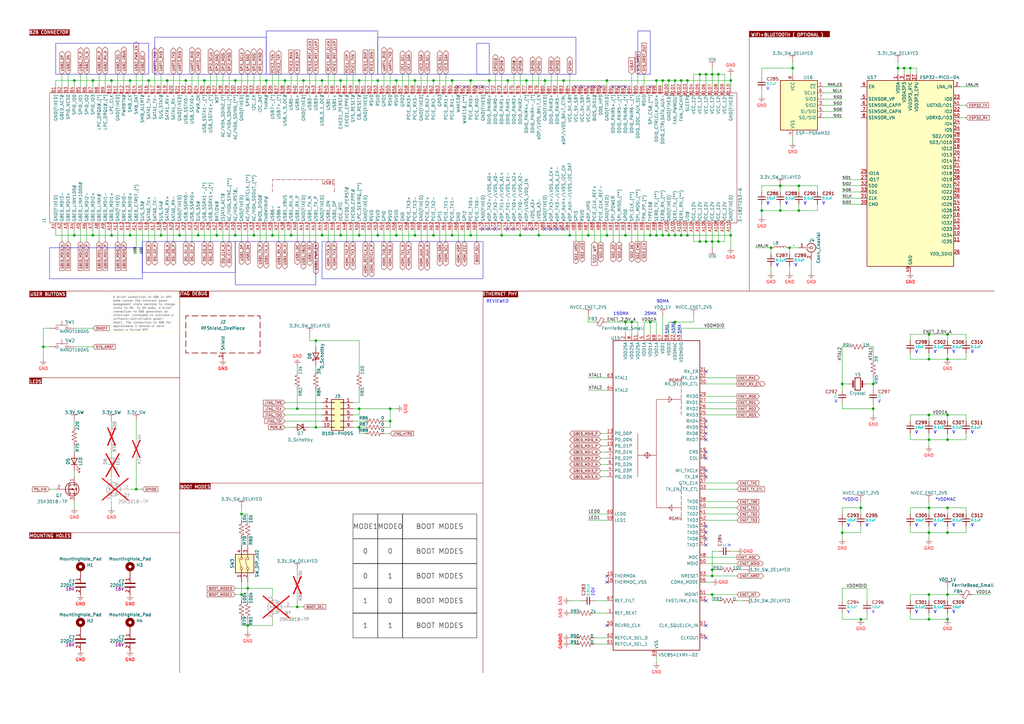
<source format=kicad_sch>
(kicad_sch (version 20230819) (generator eeschema)
  (paper "A3")
  (title_block (date "2023-05-13") (rev "1.00"))
  (junction (at 388.62 218.44))
  (junction (at 294.64 99.06))
  (junction (at 231.14 33.02))
  (junction (at 104.14 96.52))
  (junction (at 345.44 157.48))
  (junction (at 185.42 33.02))
  (junction (at 96.52 96.52))
  (junction (at 88.9 96.52))
  (junction (at 248.92 96.52))
  (junction (at 276.86 96.52))
  (junction (at 279.4 96.52))
  (junction (at 353.06 208.28))
  (junction (at 345.44 218.44))
  (junction (at 388.62 137.16))
  (junction (at 147.32 96.52))
  (junction (at 83.82 33.02))
  (junction (at 177.8 96.52))
  (junction (at 185.42 96.52))
  (junction (at 248.92 33.02))
  (junction (at 271.78 96.52))
  (junction (at 147.32 175.26))
  (junction (at 327.66 76.2))
  (junction (at 289.56 30.48))
  (junction (at 299.72 33.02))
  (junction (at 139.7 33.02))
  (junction (at 320.04 76.2))
  (junction (at 279.4 33.02))
  (junction (at 388.62 243.84))
  (junction (at 38.1 96.52))
  (junction (at 200.66 33.02))
  (junction (at 53.34 33.02))
  (junction (at 381 170.18))
  (junction (at 388.62 180.34))
  (junction (at 53.34 96.52))
  (junction (at 162.56 96.52))
  (junction (at 147.32 167.64))
  (junction (at 55.88 200.66))
  (junction (at 121.92 167.64))
  (junction (at 129.54 175.26))
  (junction (at 274.32 96.52))
  (junction (at 269.24 33.02))
  (junction (at 30.48 33.02))
  (junction (at 381 254))
  (junction (at 223.52 33.02))
  (junction (at 370.84 27.94))
  (junction (at 220.98 96.52))
  (junction (at 119.38 96.52))
  (junction (at 96.52 33.02))
  (junction (at 294.64 30.48))
  (junction (at 276.86 132.08))
  (junction (at 388.62 208.28))
  (junction (at 292.1 236.22))
  (junction (at 274.32 33.02))
  (junction (at 121.92 248.92))
  (junction (at 266.7 96.52))
  (junction (at 160.02 167.64))
  (junction (at 101.6 256.54))
  (junction (at 241.3 96.52))
  (junction (at 292.1 30.48))
  (junction (at 381 218.44))
  (junction (at 111.76 96.52))
  (junction (at 154.94 33.02))
  (junction (at 38.1 33.02))
  (junction (at 287.02 99.06))
  (junction (at 76.2 33.02))
  (junction (at 147.32 33.02))
  (junction (at 381 147.32))
  (junction (at 381 208.28))
  (junction (at 292.1 243.84))
  (junction (at 292.1 233.68))
  (junction (at 109.22 33.02))
  (junction (at 373.38 27.94))
  (junction (at 30.48 96.52))
  (junction (at 388.62 170.18))
  (junction (at 132.08 33.02))
  (junction (at 81.28 96.52))
  (junction (at 388.62 147.32))
  (junction (at 292.1 99.06))
  (junction (at 101.6 241.3))
  (junction (at 320.04 86.36))
  (junction (at 208.28 33.02))
  (junction (at 205.74 96.52))
  (junction (at 99.06 243.84))
  (junction (at 358.14 157.48))
  (junction (at 233.68 96.52))
  (junction (at 177.8 33.02))
  (junction (at 276.86 33.02))
  (junction (at 60.96 33.02))
  (junction (at 170.18 96.52))
  (junction (at 353.06 254))
  (junction (at 129.54 139.7))
  (junction (at 160.02 172.72))
  (junction (at 45.72 33.02))
  (junction (at 162.56 33.02))
  (junction (at 381 243.84))
  (junction (at 381 137.16))
  (junction (at 325.12 27.94))
  (junction (at 17.78 142.24))
  (junction (at 281.94 33.02))
  (junction (at 271.78 33.02))
  (junction (at 132.08 96.52))
  (junction (at 154.94 96.52))
  (junction (at 68.58 33.02))
  (junction (at 266.7 132.08))
  (junction (at 73.66 96.52))
  (junction (at 368.3 27.94))
  (junction (at 116.84 33.02))
  (junction (at 287.02 30.48))
  (junction (at 269.24 96.52))
  (junction (at 170.18 33.02))
  (junction (at 193.04 33.02))
  (junction (at 281.94 96.52))
  (junction (at 312.42 86.36))
  (junction (at 45.72 96.52))
  (junction (at 299.72 96.52))
  (junction (at 139.7 96.52))
  (junction (at 99.06 210.82))
  (junction (at 323.85 101.6))
  (junction (at 381 180.34))
  (junction (at 193.04 96.52))
  (junction (at 256.54 132.08))
  (junction (at 259.08 132.08))
  (junction (at 289.56 99.06))
  (junction (at 66.04 96.52))
  (junction (at 256.54 96.52))
  (junction (at 327.66 86.36))
  (junction (at 213.36 96.52))
  (junction (at 388.62 254))
  (junction (at 215.9 33.02))
  (junction (at 316.23 101.6))
  (junction (at 124.46 33.02))
  (junction (at 358.14 167.64))
  (no_connect (at 228.6 93.98))
  (no_connect (at 210.82 93.98))
  (no_connect (at 289.56 223.52))
  (no_connect (at 289.56 187.96))
  (no_connect (at 208.28 93.98))
  (no_connect (at 248.92 238.76))
  (no_connect (at 248.92 236.22))
  (no_connect (at 231.14 93.98))
  (no_connect (at 289.56 218.44))
  (no_connect (at 289.56 185.42))
  (no_connect (at 243.84 35.56))
  (no_connect (at 289.56 152.4))
  (no_connect (at 254 35.56))
  (no_connect (at 218.44 93.98))
  (no_connect (at 203.2 93.98))
  (no_connect (at 223.52 93.98))
  (no_connect (at 266.7 35.56))
  (no_connect (at 200.66 93.98))
  (no_connect (at 289.56 215.9))
  (no_connect (at 241.3 35.56))
  (no_connect (at 289.56 193.04))
  (no_connect (at 246.38 35.56))
  (no_connect (at 236.22 35.56))
  (no_connect (at 289.56 261.62))
  (no_connect (at 289.56 256.54))
  (no_connect (at 289.56 246.38))
  (no_connect (at 256.54 35.56))
  (no_connect (at 248.92 256.54))
  (no_connect (at 215.9 93.98))
  (no_connect (at 226.06 93.98))
  (no_connect (at 289.56 220.98))
  (no_connect (at 190.5 35.56))
  (no_connect (at 289.56 172.72))
  (no_connect (at 289.56 175.26))
  (no_connect (at 289.56 177.8))
  (no_connect (at 289.56 180.34))
  (no_connect (at 198.12 35.56))
  (no_connect (at 251.46 35.56))
  (no_connect (at 187.96 35.56))
  (no_connect (at 289.56 195.58))
  (no_connect (at 238.76 35.56))
  (no_connect (at 198.12 93.98))
  (no_connect (at 195.58 35.56))
  (wire (pts (xy 132.08 33.02) (xy 139.7 33.02)))
  (wire (pts (xy 284.48 93.98) (xy 284.48 99.06)))
  (wire (pts (xy 345.44 142.24) (xy 345.44 157.48)))
  (wire (pts (xy 147.32 165.1) (xy 144.78 165.1)))
  (wire (pts (xy 335.28 83.82) (xy 335.28 86.36)))
  (wire (pts (xy 345.44 241.3) (xy 355.6 241.3)))
  (wire (pts (xy 358.14 154.94) (xy 358.14 157.48)))
  (wire (pts (xy 233.68 96.52) (xy 241.3 96.52)))
  (wire (pts (xy 177.8 93.98) (xy 177.8 96.52)))
  (wire (pts (xy 353.06 210.82) (xy 353.06 208.28)))
  (wire (pts (xy 60.96 33.02) (xy 60.96 35.56)))
  (wire (pts (xy 274.32 93.98) (xy 274.32 96.52)))
  (wire (pts (xy 78.74 30.48) (xy 78.74 35.56)))
  (wire (pts (xy 17.78 134.62) (xy 20.32 134.62)))
  (wire (pts (xy 177.8 33.02) (xy 185.42 33.02)))
  (wire (pts (xy 373.38 27.94) (xy 373.38 30.48)))
  (wire (pts (xy 20.32 200.66) (xy 22.86 200.66)))
  (wire (pts (xy 137.16 93.98) (xy 137.16 99.06)))
  (wire (pts (xy 124.46 33.02) (xy 124.46 35.56)))
  (wire (pts (xy 246.38 187.96) (xy 248.92 187.96)))
  (wire (pts (xy 353.06 218.44) (xy 345.44 218.44)))
  (wire (pts (xy 276.86 96.52) (xy 279.4 96.52)))
  (wire (pts (xy 99.06 210.82) (xy 101.6 210.82)))
  (wire (pts (xy 398.78 243.84) (xy 406.4 243.84)))
  (wire (pts (xy 220.98 96.52) (xy 233.68 96.52)))
  (wire (pts (xy 17.78 142.24) (xy 17.78 147.32)))
  (wire (pts (xy 358.14 160.02) (xy 358.14 157.48)))
  (wire (pts (xy 30.48 172.72) (xy 30.48 175.26)))
  (wire (pts (xy 353.06 215.9) (xy 353.06 218.44)))
  (wire (pts (xy 370.84 27.94) (xy 370.84 30.48)))
  (wire (pts (xy 248.92 132.08) (xy 256.54 132.08)))
  (wire (pts (xy 259.08 30.48) (xy 259.08 35.56)))
  (wire (pts (xy 121.92 149.86) (xy 121.92 152.4)))
  (wire (pts (xy 144.78 175.26) (xy 147.32 175.26)))
  (wire (pts (xy 132.08 96.52) (xy 139.7 96.52)))
  (polyline (pts (xy 73.66 198.12) (xy 198.12 198.12)) (stroke (width 0) (color 132 0 0 1)))
  (wire (pts (xy 373.38 170.18) (xy 381 170.18)))
  (wire (pts (xy 256.54 93.98) (xy 256.54 96.52)))
  (wire (pts (xy 233.68 264.16) (xy 236.22 264.16)))
  (wire (pts (xy 345.44 254) (xy 353.06 254)))
  (wire (pts (xy 38.1 33.02) (xy 45.72 33.02)))
  (wire (pts (xy 302.26 233.68) (xy 304.8 233.68)))
  (wire (pts (xy 388.62 144.78) (xy 388.62 147.32)))
  (wire (pts (xy 388.62 180.34) (xy 396.24 180.34)))
  (wire (pts (xy 327.66 76.2) (xy 327.66 78.74)))
  (wire (pts (xy 83.82 33.02) (xy 83.82 35.56)))
  (wire (pts (xy 71.12 93.98) (xy 71.12 99.06)))
  (wire (pts (xy 121.92 93.98) (xy 121.92 99.06)))
  (wire (pts (xy 58.42 93.98) (xy 58.42 104.14)))
  (wire (pts (xy 289.56 157.48) (xy 302.26 157.48)))
  (wire (pts (xy 91.44 30.48) (xy 91.44 35.56)))
  (wire (pts (xy 147.32 139.7) (xy 129.54 139.7)))
  (wire (pts (xy 323.85 109.22) (xy 323.85 111.76)))
  (wire (pts (xy 396.24 172.72) (xy 396.24 170.18)))
  (wire (pts (xy 337.82 48.26) (xy 345.44 48.26)))
  (wire (pts (xy 27.94 93.98) (xy 27.94 99.06)))
  (wire (pts (xy 292.1 226.06) (xy 292.1 233.68)))
  (wire (pts (xy 294.64 30.48) (xy 292.1 30.48)))
  (wire (pts (xy 157.48 93.98) (xy 157.48 99.06)))
  (wire (pts (xy 266.7 93.98) (xy 266.7 96.52)))
  (wire (pts (xy 134.62 99.06) (xy 134.62 93.98)))
  (wire (pts (xy 294.64 226.06) (xy 292.1 226.06)))
  (wire (pts (xy 238.76 93.98) (xy 238.76 99.06)))
  (wire (pts (xy 116.84 33.02) (xy 124.46 33.02)))
  (wire (pts (xy 381 251.46) (xy 381 254)))
  (wire (pts (xy 50.8 30.48) (xy 50.8 35.56)))
  (wire (pts (xy 180.34 30.48) (xy 180.34 35.56)))
  (wire (pts (xy 160.02 172.72) (xy 160.02 175.26)))
  (wire (pts (xy 55.88 187.96) (xy 55.88 200.66)))
  (wire (pts (xy 396.24 210.82) (xy 396.24 208.28)))
  (wire (pts (xy 101.6 93.98) (xy 101.6 99.06)))
  (wire (pts (xy 233.68 251.46) (xy 236.22 251.46)))
  (wire (pts (xy 96.52 243.84) (xy 99.06 243.84)))
  (wire (pts (xy 149.86 93.98) (xy 149.86 99.06)))
  (wire (pts (xy 297.18 30.48) (xy 294.64 30.48)))
  (wire (pts (xy 289.56 167.64) (xy 302.26 167.64)))
  (wire (pts (xy 381 208.28) (xy 388.62 208.28)))
  (wire (pts (xy 157.48 30.48) (xy 157.48 35.56)))
  (wire (pts (xy 327.66 76.2) (xy 335.28 76.2)))
  (wire (pts (xy 292.1 236.22) (xy 289.56 236.22)))
  (wire (pts (xy 205.74 30.48) (xy 205.74 35.56)))
  (wire (pts (xy 88.9 93.98) (xy 88.9 96.52)))
  (wire (pts (xy 393.7 243.84) (xy 388.62 243.84)))
  (wire (pts (xy 132.08 33.02) (xy 132.08 35.56)))
  (wire (pts (xy 111.76 93.98) (xy 111.76 96.52)))
  (wire (pts (xy 233.68 30.48) (xy 233.68 35.56)))
  (wire (pts (xy 243.84 246.38) (xy 248.92 246.38)))
  (wire (pts (xy 81.28 96.52) (xy 88.9 96.52)))
  (wire (pts (xy 68.58 33.02) (xy 68.58 35.56)))
  (wire (pts (xy 160.02 172.72) (xy 157.48 172.72)))
  (wire (pts (xy 144.78 93.98) (xy 144.78 99.06)))
  (wire (pts (xy 175.26 93.98) (xy 175.26 99.06)))
  (wire (pts (xy 111.76 256.54) (xy 101.6 256.54)))
  (wire (pts (xy 200.66 33.02) (xy 208.28 33.02)))
  (wire (pts (xy 370.84 27.94) (xy 373.38 27.94)))
  (wire (pts (xy 312.42 86.36) (xy 312.42 88.9)))
  (wire (pts (xy 269.24 96.52) (xy 271.78 96.52)))
  (wire (pts (xy 63.5 30.48) (xy 63.5 35.56)))
  (wire (pts (xy 162.56 33.02) (xy 162.56 35.56)))
  (wire (pts (xy 66.04 93.98) (xy 66.04 96.52)))
  (wire (pts (xy 388.62 218.44) (xy 396.24 218.44)))
  (wire (pts (xy 316.23 109.22) (xy 316.23 111.76)))
  (wire (pts (xy 345.44 167.64) (xy 345.44 165.1)))
  (wire (pts (xy 241.3 210.82) (xy 248.92 210.82)))
  (wire (pts (xy 116.84 170.18) (xy 132.08 170.18)))
  (wire (pts (xy 129.54 30.48) (xy 129.54 35.56)))
  (wire (pts (xy 345.44 142.24) (xy 347.98 142.24)))
  (wire (pts (xy 373.38 137.16) (xy 381 137.16)))
  (wire (pts (xy 177.8 96.52) (xy 185.42 96.52)))
  (wire (pts (xy 48.26 30.48) (xy 48.26 35.56)))
  (wire (pts (xy 325.12 55.88) (xy 325.12 58.42)))
  (wire (pts (xy 375.92 27.94) (xy 375.92 30.48)))
  (wire (pts (xy 264.16 132.08) (xy 264.16 137.16)))
  (wire (pts (xy 292.1 30.48) (xy 292.1 35.56)))
  (wire (pts (xy 139.7 33.02) (xy 147.32 33.02)))
  (wire (pts (xy 320.04 83.82) (xy 320.04 86.36)))
  (wire (pts (xy 327.66 86.36) (xy 320.04 86.36)))
  (wire (pts (xy 294.64 246.38) (xy 292.1 246.38)))
  (wire (pts (xy 233.68 93.98) (xy 233.68 96.52)))
  (wire (pts (xy 60.96 33.02) (xy 68.58 33.02)))
  (wire (pts (xy 93.98 93.98) (xy 93.98 99.06)))
  (wire (pts (xy 182.88 93.98) (xy 182.88 99.06)))
  (wire (pts (xy 279.4 134.62) (xy 297.18 134.62)))
  (wire (pts (xy 304.8 246.38) (xy 302.26 246.38)))
  (wire (pts (xy 302.26 243.84) (xy 292.1 243.84)))
  (wire (pts (xy 294.64 99.06) (xy 297.18 99.06)))
  (wire (pts (xy 241.3 132.08) (xy 243.84 132.08)))
  (wire (pts (xy 99.06 220.98) (xy 99.06 223.52)))
  (wire (pts (xy 292.1 27.94) (xy 292.1 30.48)))
  (wire (pts (xy 106.68 93.98) (xy 106.68 99.06)))
  (wire (pts (xy 165.1 30.48) (xy 165.1 35.56)))
  (wire (pts (xy 17.78 134.62) (xy 17.78 142.24)))
  (wire (pts (xy 220.98 93.98) (xy 220.98 96.52)))
  (wire (pts (xy 279.4 137.16) (xy 279.4 134.62)))
  (wire (pts (xy 208.28 33.02) (xy 208.28 35.56)))
  (wire (pts (xy 127 30.48) (xy 127 35.56)))
  (wire (pts (xy 134.62 30.48) (xy 134.62 35.56)))
  (wire (pts (xy 373.38 251.46) (xy 373.38 254)))
  (wire (pts (xy 121.92 167.64) (xy 132.08 167.64)))
  (wire (pts (xy 312.42 76.2) (xy 312.42 78.74)))
  (wire (pts (xy 294.64 99.06) (xy 294.64 93.98)))
  (wire (pts (xy 289.56 205.74) (xy 302.26 205.74)))
  (wire (pts (xy 213.36 93.98) (xy 213.36 96.52)))
  (wire (pts (xy 144.78 30.48) (xy 144.78 35.56)))
  (wire (pts (xy 152.4 93.98) (xy 152.4 99.06)))
  (wire (pts (xy 127 93.98) (xy 127 99.06)))
  (wire (pts (xy 96.52 33.02) (xy 109.22 33.02)))
  (wire (pts (xy 99.06 254) (xy 99.06 256.54)))
  (wire (pts (xy 312.42 36.83) (xy 312.42 39.37)))
  (wire (pts (xy 116.84 93.98) (xy 116.84 99.06)))
  (wire (pts (xy 30.48 142.24) (xy 38.1 142.24)))
  (wire (pts (xy 302.26 228.6) (xy 289.56 228.6)))
  (wire (pts (xy 22.86 93.98) (xy 22.86 96.52)))
  (wire (pts (xy 243.84 251.46) (xy 248.92 251.46)))
  (wire (pts (xy 388.62 246.38) (xy 388.62 243.84)))
  (wire (pts (xy 292.1 246.38) (xy 292.1 243.84)))
  (wire (pts (xy 241.3 129.54) (xy 241.3 132.08)))
  (wire (pts (xy 381 182.88) (xy 381 180.34)))
  (wire (pts (xy 30.48 33.02) (xy 38.1 33.02)))
  (wire (pts (xy 55.88 200.66) (xy 58.42 200.66)))
  (wire (pts (xy 266.7 132.08) (xy 266.7 137.16)))
  (wire (pts (xy 355.6 254) (xy 353.06 254)))
  (wire (pts (xy 302.26 236.22) (xy 292.1 236.22)))
  (wire (pts (xy 241.3 93.98) (xy 241.3 96.52)))
  (wire (pts (xy 292.1 99.06) (xy 294.64 99.06)))
  (wire (pts (xy 88.9 96.52) (xy 96.52 96.52)))
  (wire (pts (xy 127 175.26) (xy 129.54 175.26)))
  (wire (pts (xy 269.24 132.08) (xy 269.24 137.16)))
  (wire (pts (xy 312.42 27.94) (xy 325.12 27.94)))
  (wire (pts (xy 264.16 93.98) (xy 264.16 99.06)))
  (wire (pts (xy 17.78 142.24) (xy 20.32 142.24)))
  (wire (pts (xy 129.54 93.98) (xy 129.54 99.06)))
  (wire (pts (xy 323.85 101.6) (xy 327.66 101.6)))
  (wire (pts (xy 241.3 160.02) (xy 248.92 160.02)))
  (wire (pts (xy 381 254) (xy 388.62 254)))
  (wire (pts (xy 81.28 93.98) (xy 81.28 96.52)))
  (wire (pts (xy 271.78 137.16) (xy 271.78 129.54)))
  (wire (pts (xy 294.64 233.68) (xy 292.1 233.68)))
  (wire (pts (xy 381 205.74) (xy 381 208.28)))
  (wire (pts (xy 259.08 132.08) (xy 259.08 137.16)))
  (wire (pts (xy 269.24 96.52) (xy 269.24 93.98)))
  (wire (pts (xy 261.62 132.08) (xy 259.08 132.08)))
  (wire (pts (xy 337.82 35.56) (xy 345.44 35.56)))
  (wire (pts (xy 223.52 33.02) (xy 231.14 33.02)))
  (wire (pts (xy 53.34 33.02) (xy 53.34 35.56)))
  (wire (pts (xy 358.14 165.1) (xy 358.14 167.64)))
  (wire (pts (xy 109.22 33.02) (xy 109.22 35.56)))
  (wire (pts (xy 205.74 96.52) (xy 213.36 96.52)))
  (wire (pts (xy 299.72 226.06) (xy 302.26 226.06)))
  (wire (pts (xy 193.04 33.02) (xy 200.66 33.02)))
  (wire (pts (xy 139.7 93.98) (xy 139.7 96.52)))
  (wire (pts (xy 30.48 182.88) (xy 30.48 185.42)))
  (wire (pts (xy 368.3 27.94) (xy 370.84 27.94)))
  (wire (pts (xy 289.56 30.48) (xy 289.56 35.56)))
  (wire (pts (xy 274.32 96.52) (xy 276.86 96.52)))
  (wire (pts (xy 63.5 93.98) (xy 63.5 99.06)))
  (polyline (pts (xy 41.91 133.35) (xy 45.72 129.54)) (stroke (width 0) (type solid) (color 255 255 194 1)))
  (wire (pts (xy 45.72 172.72) (xy 45.72 175.26)))
  (wire (pts (xy 246.38 195.58) (xy 248.92 195.58)))
  (wire (pts (xy 27.94 30.48) (xy 27.94 35.56)))
  (wire (pts (xy 154.94 96.52) (xy 162.56 96.52)))
  (wire (pts (xy 388.62 170.18) (xy 388.62 172.72)))
  (wire (pts (xy 93.98 30.48) (xy 93.98 35.56)))
  (wire (pts (xy 335.28 78.74) (xy 335.28 76.2)))
  (wire (pts (xy 276.86 132.08) (xy 284.48 132.08)))
  (wire (pts (xy 274.32 35.56) (xy 274.32 33.02)))
  (wire (pts (xy 256.54 96.52) (xy 266.7 96.52)))
  (wire (pts (xy 144.78 167.64) (xy 147.32 167.64)))
  (wire (pts (xy 279.4 96.52) (xy 281.94 96.52)))
  (wire (pts (xy 162.56 96.52) (xy 170.18 96.52)))
  (wire (pts (xy 96.52 96.52) (xy 104.14 96.52)))
  (wire (pts (xy 99.06 210.82) (xy 99.06 213.36)))
  (wire (pts (xy 111.76 243.84) (xy 111.76 241.3)))
  (wire (pts (xy 248.92 93.98) (xy 248.92 96.52)))
  (wire (pts (xy 269.24 132.08) (xy 266.7 132.08)))
  (wire (pts (xy 396.24 147.32) (xy 388.62 147.32)))
  (wire (pts (xy 53.34 33.02) (xy 60.96 33.02)))
  (wire (pts (xy 289.56 162.56) (xy 302.26 162.56)))
  (wire (pts (xy 228.6 30.48) (xy 228.6 35.56)))
  (wire (pts (xy 116.84 172.72) (xy 132.08 172.72)))
  (wire (pts (xy 292.1 99.06) (xy 292.1 93.98)))
  (wire (pts (xy 99.06 208.28) (xy 99.06 210.82)))
  (wire (pts (xy 116.84 165.1) (xy 132.08 165.1)))
  (wire (pts (xy 289.56 200.66) (xy 302.26 200.66)))
  (wire (pts (xy 76.2 93.98) (xy 76.2 99.06)))
  (wire (pts (xy 101.6 256.54) (xy 101.6 259.08)))
  (wire (pts (xy 30.48 96.52) (xy 38.1 96.52)))
  (wire (pts (xy 185.42 93.98) (xy 185.42 96.52)))
  (wire (pts (xy 281.94 96.52) (xy 299.72 96.52)))
  (wire (pts (xy 53.34 200.66) (xy 55.88 200.66)))
  (wire (pts (xy 111.76 30.48) (xy 111.76 35.56)))
  (wire (pts (xy 190.5 93.98) (xy 190.5 99.06)))
  (wire (pts (xy 99.06 30.48) (xy 99.06 35.56)))
  (wire (pts (xy 144.78 172.72) (xy 149.86 172.72)))
  (wire (pts (xy 388.62 208.28) (xy 396.24 208.28)))
  (wire (pts (xy 99.06 93.98) (xy 99.06 99.06)))
  (wire (pts (xy 345.44 218.44) (xy 345.44 220.98)))
  (wire (pts (xy 30.48 33.02) (xy 30.48 35.56)))
  (wire (pts (xy 381 137.16) (xy 388.62 137.16)))
  (wire (pts (xy 38.1 33.02) (xy 38.1 35.56)))
  (wire (pts (xy 205.74 93.98) (xy 205.74 96.52)))
  (wire (pts (xy 259.08 132.08) (xy 256.54 132.08)))
  (polyline (pts (xy 408.0256 119.38) (xy 279.4 119.38)) (stroke (width 0) (color 132 0 0 1)))
  (wire (pts (xy 154.94 93.98) (xy 154.94 96.52)))
  (wire (pts (xy 180.34 93.98) (xy 180.34 99.06)))
  (wire (pts (xy 139.7 33.02) (xy 139.7 35.56)))
  (wire (pts (xy 381 246.38) (xy 381 243.84)))
  (wire (pts (xy 83.82 93.98) (xy 83.82 99.06)))
  (wire (pts (xy 147.32 96.52) (xy 154.94 96.52)))
  (wire (pts (xy 101.6 241.3) (xy 101.6 246.38)))
  (wire (pts (xy 81.28 30.48) (xy 81.28 35.56)))
  (wire (pts (xy 388.62 251.46) (xy 388.62 254)))
  (wire (pts (xy 289.56 165.1) (xy 302.26 165.1)))
  (wire (pts (xy 78.74 93.98) (xy 78.74 99.06)))
  (wire (pts (xy 274.32 33.02) (xy 276.86 33.02)))
  (wire (pts (xy 276.86 35.56) (xy 276.86 33.02)))
  (wire (pts (xy 215.9 33.02) (xy 215.9 35.56)))
  (wire (pts (xy 30.48 134.62) (xy 38.1 134.62)))
  (wire (pts (xy 325.12 25.4) (xy 325.12 27.94)))
  (wire (pts (xy 358.14 157.48) (xy 355.6 157.48)))
  (wire (pts (xy 114.3 30.48) (xy 114.3 35.56)))
  (wire (pts (xy 106.68 30.48) (xy 106.68 35.56)))
  (wire (pts (xy 297.18 99.06) (xy 297.18 93.98)))
  (wire (pts (xy 320.04 76.2) (xy 327.66 76.2)))
  (wire (pts (xy 104.14 93.98) (xy 104.14 96.52)))
  (wire (pts (xy 124.46 93.98) (xy 124.46 99.06)))
  (wire (pts (xy 292.1 101.6) (xy 292.1 99.06)))
  (wire (pts (xy 43.18 30.48) (xy 43.18 35.56)))
  (wire (pts (xy 302.26 231.14) (xy 289.56 231.14)))
  (wire (pts (xy 358.14 167.64) (xy 358.14 170.18)))
  (wire (pts (xy 368.3 25.4) (xy 368.3 27.94)))
  (wire (pts (xy 68.58 93.98) (xy 68.58 99.06)))
  (wire (pts (xy 129.54 149.86) (xy 129.54 152.4)))
  (wire (pts (xy 287.02 99.06) (xy 289.56 99.06)))
  (wire (pts (xy 388.62 208.28) (xy 388.62 210.82)))
  (wire (pts (xy 271.78 96.52) (xy 274.32 96.52)))
  (wire (pts (xy 66.04 30.48) (xy 66.04 35.56)))
  (wire (pts (xy 358.14 147.32) (xy 358.14 142.24)))
  (wire (pts (xy 373.38 243.84) (xy 381 243.84)))
  (wire (pts (xy 248.92 33.02) (xy 248.92 35.56)))
  (wire (pts (xy 160.02 30.48) (xy 160.02 35.56)))
  (wire (pts (xy 312.42 83.82) (xy 312.42 86.36)))
  (wire (pts (xy 203.2 30.48) (xy 203.2 35.56)))
  (wire (pts (xy 246.38 180.34) (xy 248.92 180.34)))
  (wire (pts (xy 45.72 93.98) (xy 45.72 96.52)))
  (wire (pts (xy 73.66 96.52) (xy 73.66 93.98)))
  (wire (pts (xy 86.36 93.98) (xy 86.36 99.06)))
  (wire (pts (xy 55.88 30.48) (xy 55.88 35.56)))
  (wire (pts (xy 40.64 30.48) (xy 40.64 35.56)))
  (wire (pts (xy 71.12 30.48) (xy 71.12 35.56)))
  (wire (pts (xy 381 215.9) (xy 381 218.44)))
  (wire (pts (xy 53.34 93.98) (xy 53.34 96.52)))
  (wire (pts (xy 144.78 170.18) (xy 147.32 170.18)))
  (wire (pts (xy 121.92 243.84) (xy 121.92 248.92)))
  (wire (pts (xy 45.72 96.52) (xy 53.34 96.52)))
  (wire (pts (xy 30.48 93.98) (xy 30.48 96.52)))
  (wire (pts (xy 243.84 93.98) (xy 243.84 99.06)))
  (wire (pts (xy 345.44 215.9) (xy 345.44 218.44)))
  (wire (pts (xy 246.38 185.42) (xy 248.92 185.42)))
  (wire (pts (xy 147.32 177.8) (xy 147.32 175.26)))
  (wire (pts (xy 160.02 167.64) (xy 162.56 167.64)))
  (wire (pts (xy 248.92 33.02) (xy 269.24 33.02)))
  (wire (pts (xy 172.72 93.98) (xy 172.72 99.06)))
  (wire (pts (xy 388.62 137.16) (xy 388.62 139.7)))
  (wire (pts (xy 111.76 254) (xy 111.76 256.54)))
  (wire (pts (xy 193.04 96.52) (xy 205.74 96.52)))
  (wire (pts (xy 55.88 93.98) (xy 55.88 104.14)))
  (wire (pts (xy 182.88 30.48) (xy 182.88 35.56)))
  (wire (pts (xy 297.18 35.56) (xy 297.18 30.48)))
  (wire (pts (xy 45.72 193.04) (xy 45.72 195.58)))
  (wire (pts (xy 139.7 96.52) (xy 147.32 96.52)))
  (wire (pts (xy 38.1 96.52) (xy 45.72 96.52)))
  (wire (pts (xy 289.56 198.12) (xy 302.26 198.12)))
  (wire (pts (xy 116.84 167.64) (xy 121.92 167.64)))
  (wire (pts (xy 393.7 48.26) (xy 396.24 48.26)))
  (wire (pts (xy 76.2 33.02) (xy 76.2 35.56)))
  (wire (pts (xy 274.32 132.08) (xy 274.32 137.16)))
  (wire (pts (xy 261.62 137.16) (xy 261.62 132.08)))
  (wire (pts (xy 121.92 160.02) (xy 121.92 167.64)))
  (wire (pts (xy 121.92 248.92) (xy 124.46 248.92)))
  (wire (pts (xy 193.04 33.02) (xy 193.04 35.56)))
  (wire (pts (xy 185.42 96.52) (xy 193.04 96.52)))
  (wire (pts (xy 231.14 33.02) (xy 231.14 35.56)))
  (wire (pts (xy 332.74 106.68) (xy 332.74 111.76)))
  (wire (pts (xy 393.7 35.56) (xy 401.32 35.56)))
  (wire (pts (xy 243.84 261.62) (xy 248.92 261.62)))
  (wire (pts (xy 271.78 35.56) (xy 271.78 33.02)))
  (wire (pts (xy 119.38 248.92) (xy 121.92 248.92)))
  (wire (pts (xy 142.24 30.48) (xy 142.24 35.56)))
  (wire (pts (xy 358.14 167.64) (xy 345.44 167.64)))
  (wire (pts (xy 172.72 30.48) (xy 172.72 35.56)))
  (wire (pts (xy 35.56 93.98) (xy 35.56 99.06)))
  (wire (pts (xy 388.62 170.18) (xy 396.24 170.18)))
  (wire (pts (xy 177.8 33.02) (xy 177.8 35.56)))
  (wire (pts (xy 276.86 96.52) (xy 276.86 93.98)))
  (wire (pts (xy 261.62 30.48) (xy 261.62 35.56)))
  (wire (pts (xy 388.62 180.34) (xy 381 180.34)))
  (wire (pts (xy 345.44 241.3) (xy 345.44 246.38)))
  (wire (pts (xy 266.7 132.08) (xy 264.16 132.08)))
  (wire (pts (xy 355.6 241.3) (xy 355.6 246.38)))
  (wire (pts (xy 101.6 241.3) (xy 111.76 241.3)))
  (wire (pts (xy 170.18 33.02) (xy 170.18 35.56)))
  (wire (pts (xy 259.08 93.98) (xy 259.08 99.06)))
  (wire (pts (xy 81.28 96.52) (xy 73.66 96.52)))
  (wire (pts (xy 99.06 243.84) (xy 99.06 246.38)))
  (wire (pts (xy 121.92 30.48) (xy 121.92 35.56)))
  (wire (pts (xy 279.4 33.02) (xy 281.94 33.02)))
  (wire (pts (xy 220.98 30.48) (xy 220.98 35.56)))
  (wire (pts (xy 337.82 40.64) (xy 345.44 40.64)))
  (wire (pts (xy 276.86 33.02) (xy 279.4 33.02)))
  (wire (pts (xy 345.44 81.28) (xy 353.06 81.28)))
  (wire (pts (xy 170.18 96.52) (xy 177.8 96.52)))
  (wire (pts (xy 167.64 30.48) (xy 167.64 35.56)))
  (wire (pts (xy 175.26 30.48) (xy 175.26 35.56)))
  (wire (pts (xy 388.62 147.32) (xy 381 147.32)))
  (wire (pts (xy 388.62 177.8) (xy 388.62 180.34)))
  (wire (pts (xy 368.3 27.94) (xy 368.3 30.48)))
  (wire (pts (xy 45.72 208.28) (xy 45.72 205.74)))
  (wire (pts (xy 22.86 33.02) (xy 30.48 33.02)))
  (polyline (pts (xy 12.065 119.38) (xy 279.4 119.38)) (stroke (width 0) (color 132 0 0 1)))
  (wire (pts (xy 337.82 38.1) (xy 345.44 38.1)))
  (wire (pts (xy 38.1 93.98) (xy 38.1 96.52)))
  (wire (pts (xy 381 147.32) (xy 373.38 147.32)))
  (wire (pts (xy 299.72 35.56) (xy 299.72 33.02)))
  (wire (pts (xy 200.66 33.02) (xy 200.66 35.56)))
  (wire (pts (xy 129.54 139.7) (xy 127 139.7)))
  (wire (pts (xy 289.56 210.82) (xy 302.26 210.82)))
  (wire (pts (xy 119.38 175.26) (xy 116.84 175.26)))
  (wire (pts (xy 111.76 96.52) (xy 119.38 96.52)))
  (wire (pts (xy 91.44 93.98) (xy 91.44 99.06)))
  (wire (pts (xy 30.48 193.04) (xy 30.48 195.58)))
  (wire (pts (xy 373.38 254) (xy 381 254)))
  (wire (pts (xy 381 139.7) (xy 381 137.16)))
  (wire (pts (xy 292.1 233.68) (xy 292.1 236.22)))
  (wire (pts (xy 246.38 190.5) (xy 248.92 190.5)))
  (wire (pts (xy 373.38 172.72) (xy 373.38 170.18)))
  (wire (pts (xy 149.86 177.8) (xy 147.32 177.8)))
  (wire (pts (xy 289.56 238.76) (xy 292.1 238.76)))
  (wire (pts (xy 393.7 43.18) (xy 396.24 43.18)))
  (wire (pts (xy 251.46 93.98) (xy 251.46 99.06)))
  (wire (pts (xy 119.38 93.98) (xy 119.38 96.52)))
  (wire (pts (xy 294.64 30.48) (xy 294.64 35.56)))
  (wire (pts (xy 121.92 233.68) (xy 121.92 236.22)))
  (wire (pts (xy 246.38 182.88) (xy 248.92 182.88)))
  (wire (pts (xy 40.64 93.98) (xy 40.64 99.06)))
  (wire (pts (xy 99.06 238.76) (xy 99.06 243.84)))
  (wire (pts (xy 287.02 99.06) (xy 287.02 93.98)))
  (wire (pts (xy 73.66 30.48) (xy 73.66 35.56)))
  (wire (pts (xy 167.64 93.98) (xy 167.64 99.06)))
  (wire (pts (xy 116.84 33.02) (xy 116.84 35.56)))
  (wire (pts (xy 388.62 243.84) (xy 388.62 241.3)))
  (wire (pts (xy 45.72 33.02) (xy 53.34 33.02)))
  (wire (pts (xy 284.48 132.08) (xy 284.48 129.54)))
  (polyline (pts (xy 198.12 119.38) (xy 198.12 275.971)) (stroke (width 0) (color 132 0 0 1)))
  (wire (pts (xy 269.24 269.24) (xy 269.24 271.78)))
  (wire (pts (xy 170.18 93.98) (xy 170.18 96.52)))
  (wire (pts (xy 284.48 30.48) (xy 284.48 35.56)))
  (wire (pts (xy 284.48 99.06) (xy 287.02 99.06)))
  (wire (pts (xy 345.44 78.74) (xy 353.06 78.74)))
  (wire (pts (xy 147.32 175.26) (xy 149.86 175.26)))
  (wire (pts (xy 101.6 30.48) (xy 101.6 35.56)))
  (wire (pts (xy 157.48 177.8) (xy 160.02 177.8)))
  (wire (pts (xy 101.6 254) (xy 101.6 256.54)))
  (wire (pts (xy 88.9 30.48) (xy 88.9 35.56)))
  (wire (pts (xy 45.72 33.02) (xy 45.72 35.56)))
  (wire (pts (xy 256.54 132.08) (xy 256.54 137.16)))
  (wire (pts (xy 396.24 215.9) (xy 396.24 218.44)))
  (wire (pts (xy 147.32 160.02) (xy 147.32 165.1)))
  (wire (pts (xy 193.04 93.98) (xy 193.04 96.52)))
  (wire (pts (xy 127 137.16) (xy 127 139.7)))
  (wire (pts (xy 101.6 220.98) (xy 101.6 223.52)))
  (wire (pts (xy 104.14 96.52) (xy 111.76 96.52)))
  (wire (pts (xy 213.36 30.48) (xy 213.36 35.56)))
  (wire (pts (xy 248.92 96.52) (xy 256.54 96.52)))
  (wire (pts (xy 96.52 93.98) (xy 96.52 96.52)))
  (wire (pts (xy 281.94 96.52) (xy 281.94 93.98)))
  (wire (pts (xy 109.22 93.98) (xy 109.22 99.06)))
  (wire (pts (xy 35.56 30.48) (xy 35.56 35.56)))
  (wire (pts (xy 274.32 132.08) (xy 276.86 132.08)))
  (wire (pts (xy 287.02 30.48) (xy 287.02 35.56)))
  (wire (pts (xy 50.8 93.98) (xy 50.8 99.06)))
  (wire (pts (xy 233.68 261.62) (xy 236.22 261.62)))
  (wire (pts (xy 271.78 33.02) (xy 274.32 33.02)))
  (wire (pts (xy 269.24 33.02) (xy 271.78 33.02)))
  (wire (pts (xy 320.04 78.74) (xy 320.04 76.2)))
  (wire (pts (xy 25.4 30.48) (xy 25.4 35.56)))
  (wire (pts (xy 276.86 132.08) (xy 276.86 137.16)))
  (wire (pts (xy 165.1 93.98) (xy 165.1 99.06)))
  (wire (pts (xy 223.52 35.56) (xy 223.52 33.02)))
  (wire (pts (xy 170.18 33.02) (xy 177.8 33.02)))
  (wire (pts (xy 355.6 254) (xy 355.6 251.46)))
  (wire (pts (xy 162.56 33.02) (xy 170.18 33.02)))
  (wire (pts (xy 279.4 96.52) (xy 279.4 93.98)))
  (wire (pts (xy 142.24 93.98) (xy 142.24 99.06)))
  (wire (pts (xy 185.42 33.02) (xy 193.04 33.02)))
  (wire (pts (xy 30.48 205.74) (xy 30.48 208.28)))
  (wire (pts (xy 388.62 215.9) (xy 388.62 218.44)))
  (wire (pts (xy 58.42 30.48) (xy 58.42 35.56)))
  (wire (pts (xy 154.94 33.02) (xy 154.94 35.56)))
  (wire (pts (xy 254 93.98) (xy 254 99.06)))
  (wire (pts (xy 287.02 30.48) (xy 284.48 30.48)))
  (wire (pts (xy 345.44 208.28) (xy 353.06 208.28)))
  (wire (pts (xy 373.38 180.34) (xy 373.38 177.8)))
  (wire (pts (xy 147.32 152.4) (xy 147.32 139.7)))
  (polyline (pts (xy 12.065 154.94) (xy 73.66 154.94)) (stroke (width 0) (color 132 0 0 1)))
  (wire (pts (xy 109.22 33.02) (xy 116.84 33.02)))
  (wire (pts (xy 22.86 96.52) (xy 30.48 96.52)))
  (wire (pts (xy 119.38 96.52) (xy 132.08 96.52)))
  (wire (pts (xy 101.6 213.36) (xy 101.6 210.82)))
  (wire (pts (xy 271.78 96.52) (xy 271.78 93.98)))
  (wire (pts (xy 246.38 177.8) (xy 248.92 177.8)))
  (wire (pts (xy 345.44 76.2) (xy 353.06 76.2)))
  (wire (pts (xy 345.44 157.48) (xy 347.98 157.48)))
  (wire (pts (xy 114.3 93.98) (xy 114.3 99.06)))
  (wire (pts (xy 147.32 33.02) (xy 147.32 35.56)))
  (wire (pts (xy 289.56 154.94) (xy 302.26 154.94)))
  (polyline (pts (xy 12.065 218.44) (xy 73.66 218.44)) (stroke (width 0) (color 132 0 0 1)))
  (wire (pts (xy 373.38 139.7) (xy 373.38 137.16)))
  (wire (pts (xy 289.56 99.06) (xy 292.1 99.06)))
  (wire (pts (xy 22.86 35.56) (xy 22.86 33.02)))
  (wire (pts (xy 345.44 251.46) (xy 345.44 254)))
  (wire (pts (xy 208.28 33.02) (xy 215.9 33.02)))
  (wire (pts (xy 289.56 213.36) (xy 302.26 213.36)))
  (wire (pts (xy 345.44 83.82) (xy 353.06 83.82)))
  (wire (pts (xy 388.62 218.44) (xy 381 218.44)))
  (wire (pts (xy 289.56 170.18) (xy 302.26 170.18)))
  (wire (pts (xy 241.3 213.36) (xy 248.92 213.36)))
  (wire (pts (xy 309.88 101.6) (xy 316.23 101.6)))
  (wire (pts (xy 152.4 30.48) (xy 152.4 35.56)))
  (wire (pts (xy 147.32 93.98) (xy 147.32 96.52)))
  (wire (pts (xy 353.06 205.74) (xy 353.06 208.28)))
  (wire (pts (xy 86.36 30.48) (xy 86.36 35.56)))
  (wire (pts (xy 124.46 33.02) (xy 132.08 33.02)))
  (wire (pts (xy 281.94 33.02) (xy 299.72 33.02)))
  (wire (pts (xy 231.14 33.02) (xy 248.92 33.02)))
  (wire (pts (xy 129.54 160.02) (xy 129.54 175.26)))
  (wire (pts (xy 187.96 93.98) (xy 187.96 99.06)))
  (wire (pts (xy 48.26 93.98) (xy 48.26 99.06)))
  (wire (pts (xy 246.38 193.04) (xy 248.92 193.04)))
  (wire (pts (xy 381 147.32) (xy 381 144.78)))
  (wire (pts (xy 316.23 101.6) (xy 316.23 104.14)))
  (wire (pts (xy 289.56 30.48) (xy 287.02 30.48)))
  (wire (pts (xy 381 243.84) (xy 388.62 243.84)))
  (wire (pts (xy 299.72 33.02) (xy 299.72 30.48)))
  (wire (pts (xy 160.02 167.64) (xy 160.02 172.72)))
  (wire (pts (xy 233.68 246.38) (xy 238.76 246.38)))
  (wire (pts (xy 246.38 93.98) (xy 246.38 99.06)))
  (wire (pts (xy 381 220.98) (xy 381 218.44)))
  (wire (pts (xy 83.82 33.02) (xy 96.52 33.02)))
  (wire (pts (xy 213.36 96.52) (xy 220.98 96.52)))
  (wire (pts (xy 149.86 30.48) (xy 149.86 35.56)))
  (wire (pts (xy 154.94 33.02) (xy 162.56 33.02)))
  (wire (pts (xy 147.32 167.64) (xy 160.02 167.64)))
  (wire (pts (xy 381 208.28) (xy 381 210.82)))
  (wire (pts (xy 292.1 243.84) (xy 289.56 243.84)))
  (wire (pts (xy 299.72 101.6) (xy 299.72 96.52)))
  (wire (pts (xy 281.94 35.56) (xy 281.94 33.02)))
  (wire (pts (xy 45.72 182.88) (xy 45.72 185.42)))
  (wire (pts (xy 162.56 93.98) (xy 162.56 96.52)))
  (wire (pts (xy 147.32 33.02) (xy 154.94 33.02)))
  (wire (pts (xy 373.38 210.82) (xy 373.38 208.28)))
  (wire (pts (xy 215.9 33.02) (xy 223.52 33.02)))
  (wire (pts (xy 68.58 33.02) (xy 76.2 33.02)))
  (wire (pts (xy 33.02 93.98) (xy 33.02 99.06)))
  (wire (pts (xy 337.82 43.18) (xy 345.44 43.18)))
  (wire (pts (xy 119.38 30.48) (xy 119.38 35.56)))
  (wire (pts (xy 101.6 241.3) (xy 96.52 241.3)))
  (wire (pts (xy 266.7 96.52) (xy 269.24 96.52)))
  (wire (pts (xy 218.44 30.48) (xy 218.44 35.56)))
  (wire (pts (xy 289.56 99.06) (xy 289.56 93.98)))
  (wire (pts (xy 325.12 27.94) (xy 325.12 30.48)))
  (wire (pts (xy 345.44 208.28) (xy 345.44 210.82)))
  (wire (pts (xy 373.38 208.28) (xy 381 208.28)))
  (wire (pts (xy 381 180.34) (xy 373.38 180.34)))
  (wire (pts (xy 396.24 177.8) (xy 396.24 180.34)))
  (wire (pts (xy 312.42 31.75) (xy 312.42 27.94)))
  (wire (pts (xy 373.38 147.32) (xy 373.38 144.78)))
  (wire (pts (xy 147.32 167.64) (xy 147.32 170.18)))
  (wire (pts (xy 66.04 96.52) (xy 73.66 96.52)))
  (wire (pts (xy 373.38 27.94) (xy 375.92 27.94)))
  (wire (pts (xy 320.04 76.2) (xy 312.42 76.2)))
  (wire (pts (xy 53.34 96.52) (xy 66.04 96.52)))
  (wire (pts (xy 210.82 30.48) (xy 210.82 35.56)))
  (wire (pts (xy 388.62 137.16) (xy 396.24 137.16)))
  (wire (pts (xy 33.02 30.48) (xy 33.02 35.56)))
  (wire (pts (xy 261.62 93.98) (xy 261.62 99.06)))
  (wire (pts (xy 337.82 45.72) (xy 345.44 45.72)))
  (wire (pts (xy 129.54 175.26) (xy 132.08 175.26)))
  (wire (pts (xy 236.22 93.98) (xy 236.22 99.06)))
  (wire (pts (xy 355.6 142.24) (xy 358.14 142.24)))
  (wire (pts (xy 160.02 93.98) (xy 160.02 99.06)))
  (wire (pts (xy 137.16 30.48) (xy 137.16 35.56)))
  (wire (pts (xy 241.3 154.94) (xy 248.92 154.94)))
  (wire (pts (xy 373.38 218.44) (xy 373.38 215.9)))
  (wire (pts (xy 323.85 101.6) (xy 323.85 104.14)))
  (wire (pts (xy 76.2 33.02) (xy 83.82 33.02)))
  (polyline (pts (xy 307.34 12.7) (xy 307.34 119.38)) (stroke (width 0) (color 132 0 0 1)))
  (wire (pts (xy 226.06 30.48) (xy 226.06 35.56)))
  (wire (pts (xy 99.06 256.54) (xy 101.6 256.54)))
  (wire (pts (xy 381 177.8) (xy 381 180.34)))
  (wire (pts (xy 396.24 137.16) (xy 396.24 139.7)))
  (wire (pts (xy 335.28 86.36) (xy 327.66 86.36)))
  (wire (pts (xy 104.14 30.48) (xy 104.14 35.56)))
  (wire (pts (xy 381 170.18) (xy 388.62 170.18)))
  (wire (pts (xy 381 218.44) (xy 373.38 218.44)))
  (wire (pts (xy 345.44 160.02) (xy 345.44 157.48)))
  (wire (pts (xy 373.38 246.38) (xy 373.38 243.84)))
  (wire (pts (xy 279.4 35.56) (xy 279.4 33.02)))
  (wire (pts (xy 101.6 238.76) (xy 101.6 241.3)))
  (wire (pts (xy 381 170.18) (xy 381 172.72)))
  (wire (pts (xy 345.44 73.66) (xy 353.06 73.66)))
  (wire (pts (xy 43.18 93.98) (xy 43.18 99.06)))
  (wire (pts (xy 195.58 93.98) (xy 195.58 99.06)))
  (wire (pts (xy 129.54 142.24) (xy 129.54 139.7)))
  (polyline (pts (xy 73.66 119.38) (xy 73.66 275.971)) (stroke (width 0) (color 132 0 0 1)))
  (wire (pts (xy 327.66 83.82) (xy 327.66 86.36)))
  (wire (pts (xy 264.16 30.48) (xy 264.16 35.56)))
  (wire (pts (xy 60.96 93.98) (xy 60.96 99.06)))
  (wire (pts (xy 160.02 175.26) (xy 157.48 175.26)))
  (wire (pts (xy 25.4 93.98) (xy 25.4 99.06)))
  (wire (pts (xy 299.72 93.98) (xy 299.72 96.52)))
  (wire (pts (xy 96.52 33.02) (xy 96.52 35.56)))
  (wire (pts (xy 243.84 264.16) (xy 248.92 264.16)))
  (wire (pts (xy 269.24 35.56) (xy 269.24 33.02)))
  (wire (pts (xy 396.24 144.78) (xy 396.24 147.32)))
  (wire (pts (xy 132.08 93.98) (xy 132.08 96.52)))
  (wire (pts (xy 241.3 96.52) (xy 248.92 96.52)))
  (wire (pts (xy 185.42 33.02) (xy 185.42 35.56)))
  (wire (pts (xy 55.88 172.72) (xy 55.88 180.34)))
  (wire (pts (xy 312.42 86.36) (xy 320.04 86.36)))
  (wire (pts (xy 289.56 208.28) (xy 302.26 208.28)))
  (wire (pts (xy 292.1 30.48) (xy 289.56 30.48)))
  (rectangle (start 73.66 198.12) (end 86.36 200.66) (stroke (width -0.0001)) (fill (type color) (color 132 0 0 1)))
  (rectangle (start 96.52 99.06) (end 129.54 116.84))
  (rectangle (start 63.5 15.24) (end 109.22 30.48))
  (rectangle (start 73.66 119.38) (end 85.725 121.92) (stroke (width -0.0001)) (fill (type color) (color 132 0 0 1)))
  (rectangle (start 12.065 119.38) (end 27.178 121.92) (stroke (width -0.0001)) (fill (type color) (color 132 0 0 1)))
  (rectangle (start 195.58 17.78) (end 200.66 30.48))
  (rectangle (start 22.86 17.78) (end 60.96 30.48))
  (rectangle (start 58.42 99.06) (end 96.52 111.76))
  (rectangle (start 132.08 99.06) (end 198.12 114.3))
  (rectangle (start 20.32 101.6) (end 58.42 114.3))
  (rectangle (start 198.1962 119.38) (end 212.471 121.92) (stroke (width -0.0001)) (fill (type color) (color 132 0 0 1)))
  (rectangle (start 261.62 12.7) (end 266.7 30.48))
  (rectangle (start 12.065 218.44) (end 29.21 220.98) (stroke (width -0.0001)) (fill (type color) (color 132 0 0 1)))
  (rectangle (start 109.22 12.7) (end 154.94 30.48))
  (rectangle (start 12.065 12.065) (end 28.575 14.605) (stroke (width -0.0001)) (fill (type color) (color 132 0 0 1)))
  (rectangle (start 12.065 154.94) (end 17.145 157.48) (stroke (width -0.0001)) (fill (type color) (color 132 0 0 1)))
  (rectangle (start 154.94 15.24) (end 236.22 30.48))
  (rectangle (start 307.34 12.7) (end 340.36 15.24) (stroke (width -0.0001)) (fill (type color) (color 132 0 0 1)))
  (text_box "1" (at 154.94 251.46 0) (size 10.16 10.16) (stroke (width 0) (color 0 0 0 1)) (effects (font (size 2 2))))
  (text_box "1" (at 144.78 241.3 0) (size 10.16 10.16) (stroke (width 0) (color 0 0 0 1)) (effects (font (size 2 2))))
  (text_box "A brief connection to GND in OFF mode causes the internal power management state machine to change state to ON. In ON mode, a brief connection to GND generates an interrupt (intended to initiate a software-controllable power- down). The connection to GND for approximate 5 second or more causes a forced OFF." (at 45.72 120.65 0) (size 27.305 15.875) (stroke (width 0) (color 255 255 194 1)) (effects (font (size 0.889 0.889) (thickness 0.1778) bold) (justify left top)))
  (text_box "BOOT MODES" (at 165.1 210.82 0) (size 30.48 10.16) (stroke (width 0) (color 0 0 0 1)) (effects (font (size 2 2))))
  (text_box "MODE0" (at 154.94 210.82 0) (size 10.16 10.16) (stroke (width 0) (color 0 0 0 1)) (effects (font (size 2 2))))
  (text_box "BOOT MODES" (at 165.1 251.46 0) (size 30.48 10.16) (stroke (width 0) (color 0 0 0 1)) (effects (font (size 2 2))))
  (text_box "0" (at 154.94 241.3 0) (size 10.16 10.16) (stroke (width 0) (color 0 0 0 1)) (effects (font (size 2 2))))
  (text_box "BOOT MODES" (at 165.1 241.3 0) (size 30.48 10.16) (stroke (width 0) (color 0 0 0 1)) (effects (font (size 2 2))))
  (text_box "BOOT MODES" (at 165.1 231.14 0) (size 30.48 10.16) (stroke (width 0) (color 0 0 0 1)) (effects (font (size 2 2))))
  (text_box "1" (at 144.78 251.46 0) (size 10.16 10.16) (stroke (width 0) (color 0 0 0 1)) (effects (font (size 2 2))))
  (text_box "0" (at 144.78 231.14 0) (size 10.16 10.16) (stroke (width 0) (color 0 0 0 1)) (effects (font (size 2 2))))
  (text_box "1" (at 154.94 231.14 0) (size 10.16 10.16) (stroke (width 0) (color 0 0 0 1)) (effects (font (size 2 2))))
  (text_box "0" (at 144.78 220.98 0) (size 10.16 10.16) (stroke (width 0) (color 0 0 0 1)) (effects (font (size 2 2))))
  (text_box "MODE1" (at 144.78 210.82 0) (size 10.16 10.16) (stroke (width 0) (color 0 0 0 1)) (effects (font (size 2 2))))
  (text_box "0" (at 154.94 220.98 0) (size 10.16 10.16) (stroke (width 0) (color 0 0 0 1)) (effects (font (size 2 2))))
  (text_box "BOOT MODES" (at 165.1 220.98 0) (size 30.48 10.16) (stroke (width 0) (color 0 0 0 1)) (effects (font (size 2 2))))
  (text "25MA" (at 264.16 129.54 0) (effects (font (size 1.27 1.27)) (justify left bottom)))
  (text "REVIEWED" (at 199.39 124.46 0) (effects (font (size 1.27 1.27)) (justify left bottom)))
  (text "5MA" (at 274.32 137.16 90) (effects (font (size 1.27 1.27)) (justify left bottom)))
  (text "*VDDMAC" (at 383.54 205.74 0) (effects (font (size 1.27 1.27)) (justify left bottom)))
  (text "MOUNTING HOLES" (at 29.083 220.726 0) (effects (font (size 1.27 1.27) (thickness 0.254) bold) (justify right bottom)))
  (text "*VDDIO" (at 345.44 205.74 0) (effects (font (size 1.27 1.27)) (justify left bottom)))
  (text "BOOT MODES" (at 86.36 200.66 0) (effects (font (size 1.27 1.27) (thickness 0.254) bold) (justify right bottom)))
  (text "JTAG DEBUG" (at 85.217 121.412 0) (effects (font (size 1.27 1.27) (thickness 0.254) bold) (justify right bottom)))
  (text "90MA" (at 269.24 124.46 0) (effects (font (size 1.27 1.27)) (justify left bottom)))
  (text "B2B CONNECTOR" (at 28.194 14.224 0) (effects (font (size 1.27 1.27) (thickness 0.254) bold) (justify right bottom)))
  (text "WIFI+BLUETOOTH ( OPTIONAL )" (at 337.82 15.24 0) (effects (font (size 1.27 1.27) (thickness 0.254) bold) (justify right bottom)))
  (text "LEDS" (at 17.145 157.48 0) (effects (font (size 1.27 1.27) (thickness 0.254) bold) (justify right bottom)))
  (text "USER BUTTONS" (at 26.924 121.666 0) (effects (font (size 1.27 1.27) (thickness 0.254) bold) (justify right bottom)))
  (text "45MA" (at 276.86 137.16 90) (effects (font (size 1.27 1.27)) (justify left bottom)))
  (text "150MA" (at 251.46 129.54 0) (effects (font (size 1.27 1.27)) (justify left bottom)))
  (text "ETHERNET PHY" (at 212.217 121.539 0) (effects (font (size 1.27 1.27) (thickness 0.254) bold) (justify right bottom)))
  (text "5MA" (at 279.4 137.16 90) (effects (font (size 1.27 1.27)) (justify left bottom)))
  (label "VDD1A" (at 406.4 243.84 180))
  (label "SIO1" (at 345.44 48.26 180) (effects (font (size 1.016 1.016))))
  (label "XTAL2" (at 241.3 160.02 0))
  (label "VDD1A" (at 388.62 170.18 180))
  (label "RAM_CS" (at 345.44 35.56 180) (effects (font (size 1.016 1.016))))
  (label "SIO1" (at 345.44 73.66 0) (effects (font (size 1.016 1.016))))
  (label "SIO2" (at 345.44 43.18 180) (effects (font (size 1.016 1.016))))
  (label "VDD1A" (at 269.24 132.08 180))
  (label "XTAL2" (at 345.44 142.24 270))
  (label "SIO0" (at 345.44 45.72 180) (effects (font (size 1.016 1.016))))
  (label "SCLK" (at 345.44 38.1 180) (effects (font (size 1.016 1.016))))
  (label "SIO0" (at 345.44 78.74 0) (effects (font (size 1.016 1.016))))
  (label "XTAL1" (at 358.14 142.24 270))
  (label "ENET_2.5V_A" (at 248.92 132.08 0))
  (label "SIO3" (at 345.44 83.82 0) (effects (font (size 1.016 1.016))))
  (label "LED0" (at 241.3 210.82 0))
  (label "LED1" (at 58.42 104.14 90) (effects (font (size 0.75 0.75))))
  (label "ENET_2.5V_A" (at 378.46 137.16 0))
  (label "SIO2" (at 345.44 76.2 0) (effects (font (size 1.016 1.016))))
  (label "XTAL1" (at 241.3 154.94 0))
  (label "VDDMDIO" (at 355.6 241.3 180))
  (label "LED0" (at 55.88 104.14 90) (effects (font (size 0.75 0.75))))
  (label "SCLK" (at 345.44 81.28 0) (effects (font (size 1.016 1.016))))
  (label "SIO3" (at 345.44 40.64 180) (effects (font (size 1.016 1.016))))
  (label "LNA_IN" (at 401.32 35.56 180) (effects (font (size 1.016 1.016))))
  (label "LNA_IN" (at 309.88 101.6 0) (effects (font (size 1.016 1.016))))
  (label "LED1" (at 241.3 213.36 0))
  (label "VDDMDIO" (at 297.18 134.62 180))
  (global_label "ENET_MDIO" (shape bidirectional) (at 302.26 231.14 0) (effects (font (size 1 1))) (property "Intersheetrefs" "${INTERSHEET_REFS}" (effects hide)))
  (global_label "GPIO0" (shape bidirectional) (at 226.06 30.48 90) (effects (font (size 1 1))) (property "Intersheetrefs" "${INTERSHEET_REFS}" (effects hide)))
  (global_label "HDMI_TX0_N" (shape bidirectional) (at 160.02 99.06 270) (effects (font (size 1 1))) (property "Intersheetrefs" "${INTERSHEET_REFS}" (effects hide)))
  (global_label "SD2_D1" (shape bidirectional) (at 254 99.06 270) (effects (font (size 1 1))) (property "Intersheetrefs" "${INTERSHEET_REFS}" (effects hide)))
  (global_label "DSI_D0_N" (shape bidirectional) (at 68.58 99.06 270) (effects (font (size 1 1))) (property "Intersheetrefs" "${INTERSHEET_REFS}" (effects hide)))
  (global_label "ENET_RD3" (shape output) (at 302.26 170.18 0) (effects (font (size 1 1))) (property "Intersheetrefs" "${INTERSHEET_REFS}" (effects hide)))
  (global_label "UART1_RXD" (shape bidirectional) (at 66.04 30.48 90) (effects (font (size 1 1))) (property "Intersheetrefs" "${INTERSHEET_REFS}" (effects hide)))
  (global_label "GBE0_MDI2_N" (shape input) (at 33.02 99.06 270) (effects (font (size 1 1))) (property "Intersheetrefs" "${INTERSHEET_REFS}" (effects hide)))
  (global_label "HDMI_TX2_P" (shape bidirectional) (at 142.24 99.06 270) (effects (font (size 1 1))) (property "Intersheetrefs" "${INTERSHEET_REFS}" (effects hide)))
  (global_label "ENET_TD3" (shape input) (at 302.26 213.36 0) (effects (font (size 1 1))) (property "Intersheetrefs" "${INTERSHEET_REFS}" (effects hide)))
  (global_label "UART4_TXD" (shape bidirectional) (at 160.02 30.48 90) (effects (font (size 1 1))) (property "Intersheetrefs" "${INTERSHEET_REFS}" (effects hide)))
  (global_label "USB1_PWR_EN" (shape bidirectional) (at 129.54 99.06 270) (effects (font (size 1 1))) (property "Intersheetrefs" "${INTERSHEET_REFS}" (effects hide)))
  (global_label "USB2_TX_N" (shape bidirectional) (at 35.56 30.48 90) (effects (font (size 1 1))) (property "Intersheetrefs" "${INTERSHEET_REFS}" (effects hide)))
  (global_label "PCIE1_REF_CLKP" (shape input) (at 137.16 30.48 90) (effects (font (size 1 1))) (property "Intersheetrefs" "${INTERSHEET_REFS}" (effects hide)))
  (global_label "DSI_D1_P" (shape bidirectional) (at 78.74 99.06 270) (effects (font (size 1 1))) (property "Intersheetrefs" "${INTERSHEET_REFS}" (effects hide)))
  (global_label "HDMI_TX0_P" (shape bidirectional) (at 157.48 99.06 270) (effects (font (size 1 1))) (property "Intersheetrefs" "${INTERSHEET_REFS}" (effects hide)))
  (global_label "USB2_RX_P" (shape bidirectional) (at 40.64 30.48 90) (effects (font (size 1 1))) (property "Intersheetrefs" "${INTERSHEET_REFS}" (effects hide)))
  (global_label "GBE0_MDI2_N" (shape bidirectional) (at 246.38 190.5 180) (effects (font (size 1 1))) (property "Intersheetrefs" "${INTERSHEET_REFS}" (effects hide)))
  (global_label "GBE0_MDI1_P" (shape bidirectional) (at 246.38 182.88 180) (effects (font (size 1 1))) (property "Intersheetrefs" "${INTERSHEET_REFS}" (effects hide)))
  (global_label "ONOFF" (shape input) (at 38.1 134.62 0) (effects (font (size 1 1))) (property "Intersheetrefs" "${INTERSHEET_REFS}" (effects hide)))
  (global_label "ENET_RD0" (shape output) (at 302.26 162.56 0) (effects (font (size 1 1))) (property "Intersheetrefs" "${INTERSHEET_REFS}" (effects hide)))
  (global_label "USB1_OC" (shape bidirectional) (at 121.92 99.06 270) (effects (font (size 1 1))) (property "Intersheetrefs" "${INTERSHEET_REFS}" (effects hide)))
  (global_label "GBE0_MDI3_P" (shape bidirectional) (at 246.38 193.04 180) (effects (font (size 1 1))) (property "Intersheetrefs" "${INTERSHEET_REFS}" (effects hide)))
  (global_label "GBE0_MDI0_P" (shape bidirectional) (at 246.38 177.8 180) (effects (font (size 1 1))) (property "Intersheetrefs" "${INTERSHEET_REFS}" (effects hide)))
  (global_label "USB2_RX_N" (shape bidirectional) (at 43.18 30.48 90) (effects (font (size 1 1))) (property "Intersheetrefs" "${INTERSHEET_REFS}" (effects hide)))
  (global_label "GPIO3" (shape bidirectional) (at 228.6 30.48 90) (effects (font (size 1 1))) (property "Intersheetrefs" "${INTERSHEET_REFS}" (effects hide)))
  (global_label "JTAG_TDI" (shape input) (at 116.84 172.72 180) (effects (font (size 1 1))) (property "Intersheetrefs" "${INTERSHEET_REFS}" (effects hide)))
  (global_label "HDMI_HDP" (shape bidirectional) (at 187.96 99.06 270) (effects (font (size 1 1))) (property "Intersheetrefs" "${INTERSHEET_REFS}" (effects hide)))
  (global_label "HDMI_AUX_N" (shape bidirectional) (at 175.26 99.06 270) (effects (font (size 1 1))) (property "Intersheetrefs" "${INTERSHEET_REFS}" (effects hide)))
  (global_label "SPI1_MOSI" (shape bidirectional) (at 104.14 30.48 90) (effects (font (size 1 1))) (property "Intersheetrefs" "${INTERSHEET_REFS}" (effects hide)))
  (global_label "HDMI_SCL" (shape bidirectional) (at 182.88 99.06 270) (effects (font (size 1 1))) (property "Intersheetrefs" "${INTERSHEET_REFS}" (effects hide)))
  (global_label "PCIE1_RXP" (shape input) (at 149.86 30.48 90) (effects (font (size 1 1))) (property "Intersheetrefs" "${INTERSHEET_REFS}" (effects hide)))
  (global_label "ENET_INT" (shape bidirectional) (at 302.26 243.84 0) (effects (font (size 1 1))) (property "Intersheetrefs" "${INTERSHEET_REFS}" (effects hide)))
  (global_label "PCIE2_TXP" (shape output) (at 114.3 30.48 90) (effects (font (size 1 1))) (property "Intersheetrefs" "${INTERSHEET_REFS}" (effects hide)))
  (global_label "GBE0_MDI3_N" (shape input) (at 25.4 99.06 270) (effects (font (size 1 1))) (property "Intersheetrefs" "${INTERSHEET_REFS}" (effects hide)))
  (global_label "SYS_NRST" (shape input) (at 261.62 30.48 90) (effects (font (size 1 1))) (property "Intersheetrefs" "${INTERSHEET_REFS}" (effects hide)))
  (global_label "UART3_TXD" (shape bidirectional) (at 71.12 30.48 90) (effects (font (size 1 1))) (property "Intersheetrefs" "${INTERSHEET_REFS}" (effects hide)))
  (global_label "GBE0_MDI2_P" (shape bidirectional) (at 246.38 187.96 180) (effects (font (size 1 1))) (property "Intersheetrefs" "${INTERSHEET_REFS}" (effects hide)))
  (global_label "JTAG_nTRS" (shape input) (at 160.02 177.8 0) (effects (font (size 1 1))) (property "Intersheetrefs" "${INTERSHEET_REFS}" (effects hide)))
  (global_label "PG_VIN" (shape input) (at 20.32 200.66 180) (effects (font (size 1 1))) (property "Intersheetrefs" "${INTERSHEET_REFS}" (effects hide)))
  (global_label "SPI2_SCLK" (shape bidirectional) (at 86.36 30.48 90) (effects (font (size 1 1))) (property "Intersheetrefs" "${INTERSHEET_REFS}" (effects hide)))
  (global_label "SD2_WP" (shape input) (at 243.84 99.06 270) (property "Intersheetrefs" "${INTERSHEET_REFS}" (effects hide)))
  (global_label "ENET_TD1" (shape input) (at 302.26 208.28 0) (effects (font (size 1 1))) (property "Intersheetrefs" "${INTERSHEET_REFS}" (effects hide)))
  (global_label "GBE0_MDI1_P" (shape input) (at 43.18 99.06 270) (effects (font (size 1 1))) (property "Intersheetrefs" "${INTERSHEET_REFS}" (effects hide)))
  (global_label "SPI2_MISO" (shape bidirectional) (at 93.98 30.48 90) (effects (font (size 1 1))) (property "Intersheetrefs" "${INTERSHEET_REFS}" (effects hide)))
  (global_label "UART4_RXD" (shape bidirectional) (at 157.48 30.48 90) (effects (font (size 1 1))) (property "Intersheetrefs" "${INTERSHEET_REFS}" (effects hide)))
  (global_label "HDMI_AUX_P" (shape bidirectional) (at 172.72 99.06 270) (effects (font (size 1 1))) (property "Intersheetrefs" "${INTERSHEET_REFS}" (effects hide)))
  (global_label "UART2_TXD" (shape bidirectional) (at 81.28 30.48 90) (effects (font (size 1 1))) (property "Intersheetrefs" "${INTERSHEET_REFS}" (effects hide)))
  (global_label "ESP32_TX" (shape input) (at 396.24 43.18 0) (effects (font (size 1.016 1.016))) (property "Intersheetrefs" "${INTERSHEET_REFS}" (effects hide)))
  (global_label "SPI1_MISO" (shape bidirectional) (at 106.68 30.48 90) (effects (font (size 1 1))) (property "Intersheetrefs" "${INTERSHEET_REFS}" (effects hide)))
  (global_label "HDMI_TX1_N" (shape bidirectional) (at 165.1 99.06 270) (effects (font (size 1 1))) (property "Intersheetrefs" "${INTERSHEET_REFS}" (effects hide)))
  (global_label "DSI_D3_P" (shape bidirectional) (at 86.36 99.06 270) (effects (font (size 1 1))) (property "Intersheetrefs" "${INTERSHEET_REFS}" (effects hide)))
  (global_label "GBE0_MDI0_P" (shape input) (at 50.8 99.06 270) (effects (font (size 1 1))) (property "Intersheetrefs" "${INTERSHEET_REFS}" (effects hide)))
  (global_label "HDMI_REFCLK_P" (shape bidirectional) (at 152.4 99.06 270) (effects (font (size 1 1))) (property "Intersheetrefs" "${INTERSHEET_REFS}" (effects hide)))
  (global_label "SPI1_SCLK" (shape bidirectional) (at 99.06 30.48 90) (effects (font (size 1 1))) (property "Intersheetrefs" "${INTERSHEET_REFS}" (effects hide)))
  (global_label "GPIO9" (shape bidirectional) (at 205.74 30.48 90) (effects (font (size 1 1))) (property "Intersheetrefs" "${INTERSHEET_REFS}" (effects hide)))
  (global_label "I2C3_SDA" (shape bidirectional) (at 182.88 30.48 90) (effects (font (size 1 1))) (property "Intersheetrefs" "${INTERSHEET_REFS}" (effects hide)))
  (global_label "JTAG_TDO" (shape input) (at 116.84 170.18 180) (effects (font (size 1 1))) (property "Intersheetrefs" "${INTERSHEET_REFS}" (effects hide)))
  (global_label "ENET_TD2" (shape input) (at 302.26 210.82 0) (effects (font (size 1 1))) (property "Intersheetrefs" "${INTERSHEET_REFS}" (effects hide)))
  (global_label "ENET_RD2" (shape output) (at 302.26 167.64 0) (effects (font (size 1 1))) (property "Intersheetrefs" "${INTERSHEET_REFS}" (effects hide)))
  (global_label "PCIE2_RXN" (shape input) (at 119.38 30.48 90) (effects (font (size 1 1))) (property "Intersheetrefs" "${INTERSHEET_REFS}" (effects hide)))
  (global_label "USB1_VBUS" (shape bidirectional) (at 124.46 99.06 270) (effects (font (size 1 1))) (property "Intersheetrefs" "${INTERSHEET_REFS}" (effects hide)))
  (global_label "USB1_DN" (shape bidirectional) (at 101.6 99.06 270) (effects (font (size 1 1))) (property "Intersheetrefs" "${INTERSHEET_REFS}" (effects hide)))
  (global_label "I2C2_SDA" (shape bidirectional) (at 172.72 30.48 90) (effects (font (size 1 1))) (property "Intersheetrefs" "${INTERSHEET_REFS}" (effects hide)))
  (global_label "BOOT_SEL" (shape input) (at 124.46 248.92 0) (effects (font (size 1 1))) (property "Intersheetrefs" "${INTERSHEET_REFS}" (effects hide)))
  (global_label "BOOT_MODE1" (shape input) (at 96.52 243.84 180) (effects (font (size 1 1))) (property "Intersheetrefs" "${INTERSHEET_REFS}" (effects hide)))
  (global_label "PCIE1_TXN" (shape output) (at 144.78 30.48 90) (effects (font (size 1 1))) (property "Intersheetrefs" "${INTERSHEET_REFS}" (effects hide)))
  (global_label "ENET_TD0" (shape input) (at 302.26 205.74 0) (effects (font (size 1 1))) (property "Intersheetrefs" "${INTERSHEET_REFS}" (effects hide)))
  (global_label "BOOT_SEL" (shape input) (at 195.58 99.06 270) (effects (font (size 1 1))) (property "Intersheetrefs" "${INTERSHEET_REFS}" (effects hide)))
  (global_label "GPIO8" (shape bidirectional) (at 210.82 30.48 90) (effects (font (size 1 1))) (property "Intersheetrefs" "${INTERSHEET_REFS}" (effects hide)))
  (global_label "HDMI_REFCLK_N" (shape bidirectional) (at 149.86 99.06 270) (effects (font (size 1 1))) (property "Intersheetrefs" "${INTERSHEET_REFS}" (effects hide)))
  (global_label "USB2_DN" (shape bidirectional) (at 27.94 30.48 90) (effects (font (size 1 1))) (property "Intersheetrefs" "${INTERSHEET_REFS}" (effects hide)))
  (global_label "PCIE1_REF_CLKN" (shape input) (at 134.62 30.48 90) (effects (font (size 1 1))) (property "Intersheetrefs" "${INTERSHEET_REFS}" (effects hide)))
  (global_label "I2C2_SCL" (shape bidirectional) (at 175.26 30.48 90) (effects (font (size 1 1))) (property "Intersheetrefs" "${INTERSHEET_REFS}" (effects hide)))
  (global_label "ESP32_RX" (shape input) (at 396.24 48.26 0) (effects (font (size 1.016 1.016))) (property "Intersheetrefs" "${INTERSHEET_REFS}" (effects hide)))
  (global_label "GPIO0" (shape input) (at 58.42 200.66 0) (effects (font (size 1 1))) (property "Intersheetrefs" "${INTERSHEET_REFS}" (effects hide)))
  (global_label "HDMI_CEC" (shape bidirectional) (at 190.5 99.06 270) (effects (font (size 1 1))) (property "Intersheetrefs" "${INTERSHEET_REFS}" (effects hide)))
  (global_label "USB2_PWR_EN" (shape bidirectional) (at 55.88 30.48 90) (effects (font (size 1 1))) (property "Intersheetrefs" "${INTERSHEET_REFS}" (effects hide)))
  (global_label "DSI_D3_N" (shape bidirectional) (at 83.82 99.06 270) (effects (font (size 1 1))) (property "Intersheetrefs" "${INTERSHEET_REFS}" (effects hide)))
  (global_label "GBE0_MDI2_P" (shape input) (at 35.56 99.06 270) (effects (font (size 1 1))) (property "Intersheetrefs" "${INTERSHEET_REFS}" (effects hide)))
  (global_label "USB1_ID1" (shape bidirectional) (at 127 99.06 270) (effects (font (size 1 1))) (property "Intersheetrefs" "${INTERSHEET_REFS}" (effects hide)))
  (global_label "UART2_RXD" (shape bidirectional) (at 78.74 30.48 90) (effects (font (size 1 1))) (property "Intersheetrefs" "${INTERSHEET_REFS}" (effects hide)))
  (global_label "UART1_TXD" (shape bidirectional) (at 63.5 30.48 90) (effects (font (size 1 1))) (property "Intersheetrefs" "${INTERSHEET_REFS}" (effects hide)))
  (global_label "SD2_nCD" (shape output) (at 238.76 99.06 270) (effects (font (size 1 1))) (property "Intersheetrefs" "${INTERSHEET_REFS}" (effects hide)))
  (global_label "HDMI_TX2_N" (shape bidirectional) (at 144.78 99.06 270) (effects (font (size 1 1))) (property "Intersheetrefs" "${INTERSHEET_REFS}" (effects hide)))
  (global_label "HDMI_TX1_P" (shape bidirectional) (at 167.64 99.06 270) (effects (font (size 1 1))) (property "Intersheetrefs" "${INTERSHEET_REFS}" (effects hide)))
  (global_label "I2C1_SDA" (shape bidirectional) (at 167.64 30.48 90) (effects (font (size 1 1))) (property "Intersheetrefs" "${INTERSHEET_REFS}" (effects hide)))
  (global_label "PCIE2_TXN" (shape output) (at 111.76 30.48 90) (effects (font (size 1 1))) (property "Intersheetrefs" "${INTERSHEET_REFS}" (effects hide)))
  (global_label "SD2_CLK" (shape output) (at 264.16 99.06 270) (effects (font (size 1 1))) (property "Intersheetrefs" "${INTERSHEET_REFS}" (effects hide)))
  (global_label "USB2_OC" (shape bidirectional) (at 58.42 30.48 90) (effects (font (size 1 1))) (property "Intersheetrefs" "${INTERSHEET_REFS}" (effects hide)))
  (global_label "PCIE2_REF_CLKP" (shape input) (at 129.54 30.48 90) (effects (font (size 1 1))) (property "Intersheetrefs" "${INTERSHEET_REFS}" (effects hide)))
  (global_label "DSI_D2_P" (shape bidirectional) (at 63.5 99.06 270) (effects (font (size 1 1))) (property "Intersheetrefs" "${INTERSHEET_REFS}" (effects hide)))
  (global_label "DSI_CLK_P" (shape bidirectional) (at 93.98 99.06 270) (effects (font (size 1 1))) (property "Intersheetrefs" "${INTERSHEET_REFS}" (effects hide)))
  (global_label "UART3_RXD" (shape bidirectional) (at 73.66 30.48 90) (effects (font (size 1 1))) (property "Intersheetrefs" "${INTERSHEET_REFS}" (effects hide)))
  (global_label "PCIE1_RXN" (shape input) (at 152.4 30.48 90) (effects (font (size 1 1))) (property "Intersheetrefs" "${INTERSHEET_REFS}" (effects hide)))
  (global_label "DSI_D2_N" (shape bidirectional) (at 60.96 99.06 270) (effects (font (size 1 1))) (property "Intersheetrefs" "${INTERSHEET_REFS}" (effects hide)))
  (global_label "GPIO5" (shape bidirectional) (at 218.44 30.48 90) (effects (font (size 1 1))) (property "Intersheetrefs" "${INTERSHEET_REFS}" (effects hide)))
  (global_label "BOOT_MODE0" (shape input) (at 96.52 241.3 180) (effects (font (size 1 1))) (property "Intersheetrefs" "${INTERSHEET_REFS}" (effects hide)))
  (global_label "POR_B" (shape input) (at 116.84 175.26 180) (effects (font (size 1 1))) (property "Intersheetrefs" "${INTERSHEET_REFS}" (effects hide)))
  (global_label "GBE0_MDI1_N" (shape bidirectional) (at 246.38 185.42 180) (effects (font (size 1 1))) (property "Intersheetrefs" "${INTERSHEET_REFS}" (effects hide)))
  (global_label "ENET_NRST" (shape bidirectional) (at 302.26 236.22 0) (effects (font (size 1 1))) (property "Intersheetrefs" "${INTERSHEET_REFS}" (effects hide)))
  (global_label "SYS_NRST_OUT" (shape input) (at 264.16 30.48 90) (effects (font (size 1 1))) (property "Intersheetrefs" "${INTERSHEET_REFS}" (effects hide)))
  (global_label "USB1_RX_P" (shape bidirectional) (at 114.3 99.06 270) (effects (font (size 1 1))) (property "Intersheetrefs" "${INTERSHEET_REFS}" (effects hide)))
  (global_label "PCIE1_TXP" (shape output) (at 142.24 30.48 90) (effects (font (size 1 1))) (property "Intersheetrefs" "${INTERSHEET_REFS}" (effects hide)))
  (global_label "PCIE2_RXP" (shape input) (at 121.92 30.48 90) (effects (font (size 1 1))) (property "Intersheetrefs" "${INTERSHEET_REFS}" (effects hide)))
  (global_label "GBE0_MDI1_N" (shape input) (at 40.64 99.06 270) (effects (font (size 1 1))) (property "Intersheetrefs" "${INTERSHEET_REFS}" (effects hide)))
  (global_label "HDMI_SDA" (shape bidirectional) (at 180.34 99.06 270) (effects (font (size 1 1))) (property "Intersheetrefs" "${INTERSHEET_REFS}" (effects hide)))
  (global_label "USB2_DP" (shape bidirectional) (at 25.4 30.48 90) (effects (font (size 1 1))) (property "Intersheetrefs" "${INTERSHEET_REFS}" (effects hide)))
  (global_label "ENET_RX_CTL" (shape output) (at 302.26 157.48 0) (effects (font (size 1 1))) (property "Intersheetrefs" "${INTERSHEET_REFS}" (effects hide)))
  (global_label "USB2_TX_P" (shape bidirectional) (at 33.02 30.48 90) (effects (font (size 1 1))) (property "Intersheetrefs" "${INTERSHEET_REFS}" (effects hide)))
  (global_label "SD2_D2" (shape bidirectional) (at 251.46 99.06 270) (effects (font (size 1 1))) (property "Intersheetrefs" "${INTERSHEET_REFS}" (effects hide)))
  (global_label "GPIO6" (shape bidirectional) (at 213.36 30.48 90) (effects (font (size 1 1))) (property "Intersheetrefs" "${INTERSHEET_REFS}" (effects hide)))
  (global_label "SPI2_SSO" (shape bidirectional) (at 88.9 30.48 90) (effects (font (size 1 1))) (property "Intersheetrefs" "${INTERSHEET_REFS}" (effects hide)))
  (global_label "GPIO10" (shape bidirectional) (at 203.2 30.48 90) (effects (font (size 1 1))) (property "Intersheetrefs" "${INTERSHEET_REFS}" (effects hide)))
  (global_label "SD2_CMD" (shape output) (at 261.62 99.06 270) (effects (font (size 1 1))) (property "Intersheetrefs" "${INTERSHEET_REFS}" (effects hide)))
  (global_label "USB2_ID1" (shape bidirectional) (at 48.26 30.48 90) (effects (font (size 1 1))) (property "Intersheetrefs" "${INTERSHEET_REFS}" (effects hide)))
  (global_label "VBAT" (shape input) (at 259.08 30.48 90) (property "Intersheetrefs" "${INTERSHEET_REFS}" (effects hide)))
  (global_label "GBE0_MDI3_N" (shape bidirectional) (at 246.38 195.58 180) (effects (font (size 1 1))) (property "Intersheetrefs" "${INTERSHEET_REFS}" (effects hide)))
  (global_label "ENET_TX_CTL" (shape input) (at 302.26 200.66 0) (effects (font (size 1 1))) (property "Intersheetrefs" "${INTERSHEET_REFS}" (effects hide)))
  (global_label "SPI2_MOSI" (shape bidirectional) (at 91.44 30.48 90) (effects (font (size 1 1))) (property "Intersheetrefs" "${INTERSHEET_REFS}" (effects hide)))
  (global_label "I2C3_SCL" (shape bidirectional) (at 180.34 30.48 90) (effects (font (size 1 1))) (property "Intersheetrefs" "${INTERSHEET_REFS}" (effects hide)))
  (global_label "SPI1_SSO" (shape bidirectional) (at 101.6 30.48 90) (effects (font (size 1 1))) (property "Intersheetrefs" "${INTERSHEET_REFS}" (effects hide)))
  (global_label "DSI_D0_P" (shape bidirectional) (at 71.12 99.06 270) (effects (font (size 1 1))) (property "Intersheetrefs" "${INTERSHEET_REFS}" (effects hide)))
  (global_label "PCIE2_REF_CLKN" (shape input) (at 127 30.48 90) (effects (font (size 1 1))) (property "Intersheetrefs" "${INTERSHEET_REFS}" (effects hide)))
  (global_label "I2C1_SCL" (shape bidirectional) (at 165.1 30.48 90) (effects (font (size 1 1))) (property "Intersheetrefs" "${INTERSHEET_REFS}" (effects hide)))
  (global_label "GBE0_MDI0_N" (shape input) (at 48.26 99.06 270) (effects (font (size 1 1))) (property "Intersheetrefs" "${INTERSHEET_REFS}" (effects hide)))
  (global_label "USB1_TX_N" (shape bidirectional) (at 109.22 99.06 270) (effects (font (size 1 1))) (property "Intersheetrefs" "${INTERSHEET_REFS}" (effects hide)))
  (global_label "ENET_TXC" (shape input) (at 302.26 198.12 0) (effects (font (size 1 1))) (property "Intersheetrefs" "${INTERSHEET_REFS}" (effects hide)))
  (global_label "USB1_TX_P" (shape bidirectional) (at 106.68 99.06 270) (effects (font (size 1 1))) (property "Intersheetrefs" "${INTERSHEET_REFS}" (effects hide)))
  (global_label "HDMI_TX3_P" (shape bidirectional) (at 137.16 99.06 270) (effects (font (size 1 1))) (property "Intersheetrefs" "${INTERSHEET_REFS}" (effects hide)))
  (global_label "JTAG_TCK" (shape input) (at 116.84 167.64 180) (effects (font (size 1 1))) (property "Intersheetrefs" "${INTERSHEET_REFS}" (effects hide)))
  (global_label "USB2_VBUS" (shape bidirectional) (at 50.8 30.48 90) (effects (font (size 1 1))) (property "Intersheetrefs" "${INTERSHEET_REFS}" (effects hide)))
  (global_label "SYS_NRST" (shape input) (at 38.1 142.24 0) (effects (font (size 1 1))) (property "Intersheetrefs" "${INTERSHEET_REFS}" (effects hide)))
  (global_label "SD2_nRST" (shape output) (at 236.22 99.06 270) (effects (font (size 1 1))) (property "Intersheetrefs" "${INTERSHEET_REFS}" (effects hide)))
  (global_label "HDMI_TX3_N" (shape bidirectional) (at 134.62 99.06 270) (effects (font (size 1 1))) (property "Intersheetrefs" "${INTERSHEET_REFS}" (effects hide)))
  (global_label "GPIO4" (shape bidirectional) (at 233.68 30.48 90) (effects (font (size 1 1))) (property "Intersheetrefs" "${INTERSHEET_REFS}" (effects hide)))
  (global_label "USB1_RX_N" (shape bidirectional) (at 116.84 99.06 270) (effects (font (size 1 1))) (property "Intersheetrefs" "${INTERSHEET_REFS}" (effects hide)))
  (global_label "DSI_CLK_N" (shape bidirectional) (at 91.44 99.06 270) (effects (font (size 1 1))) (property "Intersheetrefs" "${INTERSHEET_REFS}" (effects hide)))
  (global_label "SD2_D3" (shape bidirectional) (at 246.38 99.06 270) (effects (font (size 1 1))) (property "Intersheetrefs" "${INTERSHEET_REFS}" (effects hide)))
  (global_label "ENET_RXC" (shape output) (at 302.26 154.94 0) (effects (font (size 1 1))) (property "Intersheetrefs" "${INTERSHEET_REFS}" (effects hide)))
  (global_label "JTAG_TMS" (shape input) (at 116.84 165.1 180) (effects (font (size 1 1))) (property "Intersheetrefs" "${INTERSHEET_REFS}" (effects hide)))
  (global_label "GBE0_MDI0_N" (shape bidirectional) (at 246.38 180.34 180) (effects (font (size 1 1))) (property "Intersheetrefs" "${INTERSHEET_REFS}" (effects hide)))
  (global_label "ENET_RD1" (shape output) (at 302.26 165.1 0) (effects (font (size 1 1))) (property "Intersheetrefs" "${INTERSHEET_REFS}" (effects hide)))
  (global_label "DSI_D1_N" (shape bidirectional) (at 76.2 99.06 270) (effects (font (size 1 1))) (property "Intersheetrefs" "${INTERSHEET_REFS}" (effects hide)))
  (global_label "ENET_MDC" (shape output) (at 302.26 228.6 0) (effects (font (size 1 1))) (property "Intersheetrefs" "${INTERSHEET_REFS}" (effects hide)))
  (global_label "GBE0_MDI3_P" (shape input) (at 27.94 99.06 270) (effects (font (size 1 1))) (property "Intersheetrefs" "${INTERSHEET_REFS}" (effects hide)))
  (global_label "USB1_DP" (shape bidirectional) (at 99.06 99.06 270) (effects (font (size 1 1))) (property "Intersheetrefs" "${INTERSHEET_REFS}" (effects hide)))
  (global_label "SD2_D0" (shape bidirectional) (at 259.08 99.06 270) (effects (font (size 1 1))) (property "Intersheetrefs" "${INTERSHEET_REFS}" (effects hide)))
  (global_label "GPIO1" (shape bidirectional) (at 220.98 30.48 90) (effects (font (size 1 1))) (property "Intersheetrefs" "${INTERSHEET_REFS}" (effects hide)))
  (symbol (lib_id "Device:FerriteBead_Small") (at 246.38 132.08 90) (unit 1)
    (property "Reference" "FB3" (at 243.205 130.81 90))
    (property "Value" "FerriteBead_Small" (at 264.16 134.62 90) (effects (justify left)))
    (property "Footprint" "Inductor_SMD:L_0603_1608Metric" (effects hide))
  )
  (symbol (lib_id "DQSBC:C") (at 373.38 213.36 0) (unit 1)
    (property "Reference" "C300" (at 375.285 211.455 0) (effects (justify left)))
    (property "Value" "10uF" (at 375.285 213.36 0) (effects (font (size 1 1)) (justify left)))
    (property "Footprint" "Capacitor_SMD:C_0402_1005Metric" (effects hide))
    (property "Voltage" "V" (at 375.285 215.265 0) (effects (justify left)))
  )
  (symbol (lib_name "awg1000:R_1") (lib_id "awg1000:R") (at 121.92 156.21 0) (mirror y) (unit 1)
    (property "Reference" "R82" (at 123.19 158.75 90) (effects (justify right)))
    (property "Value" "10k" (at 123.19 153.67 90) (effects (justify left)))
    (property "Footprint" "Resistor_SMD:R_0402_1005Metric" (effects hide))
  )
  (symbol (lib_id "DQSBC:3.3V_SW_DELAYED") (at 99.06 208.28 0) (unit 1)
    (property "Reference" "#PWR?" (effects hide))
    (property "Value" "3.3V_SW_DELAYED" (at 99.06 204.724 0))
    (instances (project "SBC" (path "" (reference "#PWR?") (unit 1)) (path "" (reference "#PWR0232") (unit 1))))
  )
  (symbol (lib_id "DQSBC:C") (at 312.42 81.28 0) (unit 1)
    (property "Reference" "C286" (at 314.325 79.375 0) (effects (justify left)))
    (property "Value" "10uF" (at 314.325 81.28 0) (effects (font (size 1 1)) (justify left)))
    (property "Footprint" "Capacitor_SMD:C_0402_1005Metric" (effects hide))
    (property "Voltage" "V" (at 314.325 83.185 0) (effects (justify left)))
  )
  (symbol (lib_id "DQSBC:VIN") (at 292.1 101.6 180) (unit 1)
    (property "Reference" "#PWR0247" (effects hide))
    (property "Value" "VIN" (at 292.1 105.156 0))
  )
  (symbol (lib_name "awg1000:R_1") (lib_id "awg1000:R") (at 99.06 217.17 0) (mirror y) (unit 1)
    (property "Reference" "R78" (at 100.33 219.71 90) (effects (justify right)))
    (property "Value" "10k" (at 100.33 214.63 90) (effects (justify left)))
    (property "Footprint" "Resistor_SMD:R_0402_1005Metric" (effects hide))
  )
  (symbol (lib_id "DQSBC:GND") (at 325.12 58.42 0) (unit 1)
    (property "Reference" "#PWR0260" (effects hide))
    (property "Value" "GND" (at 325.12 62.23 0))
  )
  (symbol (lib_id "DQSBC:C") (at 373.38 248.92 0) (unit 1)
    (property "Reference" "C301" (at 375.285 247.015 0) (effects (justify left)))
    (property "Value" "0.1uF" (at 375.285 248.92 0) (effects (font (size 1 1)) (justify left)))
    (property "Footprint" "Capacitor_SMD:C_0402_1005Metric" (effects hide))
    (property "Voltage" "V" (at 375.285 250.825 0) (effects (justify left)))
  )
  (symbol (lib_name "awg1000:R_1") (lib_id "awg1000:R") (at 240.03 264.16 270) (unit 1)
    (property "Reference" "R91" (at 237.744 263.398 90) (effects (justify right)))
    (property "Value" "0" (at 242.062 263.398 90) (effects (justify left)))
    (property "Footprint" "Resistor_SMD:R_0402_1005Metric" (effects hide))
  )
  (symbol (lib_id "DQSBC:GND") (at 233.68 246.38 270) (unit 1)
    (property "Reference" "#PWR0238" (effects hide))
    (property "Value" "GND" (at 229.87 246.38 0))
  )
  (symbol (lib_name "awg1000:CAP_UNPOL_33") (lib_id "awg1000:CAP_UNPOL") (at 53.34 262.89 0) (mirror y) (unit 1)
    (property "Reference" "C?" (at 51.054 261.366 0) (effects (justify left)))
    (property "Value" "220nF" (at 51.054 262.89 0) (effects (justify left)))
    (property "Footprint" "Capacitor_SMD:C_0603_1608Metric" (effects hide))
    (property "VOLTAGE" "16V" (at 50.927 264.414 0) (effects (justify left)))
    (instances (project "SBC" (path "" (reference "C?") (unit 1)) (path "" (reference "C282") (unit 1))))
  )
  (symbol (lib_id "DQSBC:GND") (at 299.72 30.48 180) (unit 1)
    (property "Reference" "#PWR0249" (effects hide))
    (property "Value" "GND" (at 299.72 26.67 0))
  )
  (symbol (lib_id "DQSBC:C") (at 381 248.92 0) (unit 1)
    (property "Reference" "C305" (at 382.905 247.015 0) (effects (justify left)))
    (property "Value" "0.1uF" (at 382.905 248.92 0) (effects (font (size 1 1)) (justify left)))
    (property "Footprint" "Capacitor_SMD:C_0402_1005Metric" (effects hide))
    (property "Voltage" "V" (at 382.905 250.825 0) (effects (justify left)))
  )
  (symbol (lib_name "awg1000:CAP_UNPOL_33") (lib_id "awg1000:CAP_UNPOL") (at 53.34 240.03 0) (mirror y) (unit 1)
    (property "Reference" "C?" (at 51.054 238.506 0) (effects (justify left)))
    (property "Value" "220nF" (at 51.054 240.03 0) (effects (justify left)))
    (property "Footprint" "Capacitor_SMD:C_0603_1608Metric" (effects hide))
    (property "VOLTAGE" "16V" (at 50.927 241.554 0) (effects (justify left)))
    (instances (project "SBC" (path "" (reference "C?") (unit 1)) (path "" (reference "C281") (unit 1))))
  )
  (symbol (lib_id "Device:FerriteBead_Small") (at 396.24 243.84 90) (unit 1)
    (property "Reference" "FB4" (at 393.065 242.57 90))
    (property "Value" "FerriteBead_Small" (at 407.67 240.03 90) (effects (justify left)))
    (property "Footprint" "Inductor_SMD:L_0603_1608Metric" (effects hide))
  )
  (symbol (lib_id "Memory_RAM:ESP-PSRAM32") (at 327.66 43.18 0) (unit 1)
    (property "Reference" "U16" (at 331.47 31.75 0))
    (property "Value" "ESP-PSRAM32" (at 326.39 54.61 0) (effects (justify left)))
    (property "Footprint" "Package_SO:SOIC-8_3.9x4.9mm_P1.27mm" (effects hide))
    (property "Datasheet" "https://www.espressif.com/sites/default/files/documentation/esp-psram32_datasheet_en.pdf" (effects hide))
    (property "Description" "32 Mbit serial pseudo SRAM device organized as 4Mx8 bits, 1.8 VCC, SOIC8 (SOP8)" (effects hide))
  )
  (symbol (lib_id "DQSBC:GND") (at 45.72 208.28 0) (unit 1)
    (property "Reference" "#PWR0227" (effects hide))
    (property "Value" "GND" (at 45.72 212.09 0))
  )
  (symbol (lib_id "DQSBC:C") (at 355.6 248.92 0) (unit 1)
    (property "Reference" "C296" (at 357.505 247.015 0) (effects (justify left)))
    (property "Value" "10uF" (at 357.505 248.92 0) (effects (font (size 1 1)) (justify left)))
    (property "Footprint" "Capacitor_SMD:C_0402_1005Metric" (effects hide))
    (property "Voltage" "V" (at 357.505 250.825 0) (effects (justify left)))
  )
  (symbol (lib_id "DQSBC:GND") (at 121.92 149.86 180) (unit 1)
    (property "Reference" "#PWR0234" (effects hide))
    (property "Value" "GND" (at 121.92 146.05 0))
  )
  (symbol (lib_name "awg1000:R_1") (lib_id "awg1000:R") (at 55.88 184.15 0) (mirror y) (unit 1) (dnp yes)
    (property "Reference" "R77" (at 57.15 186.69 90) (effects (justify right)))
    (property "Value" "10k" (at 57.15 181.61 90) (effects (justify left)))
    (property "Footprint" "Resistor_SMD:R_0402_1005Metric" (effects hide))
  )
  (symbol (lib_id "Switch:SW_Push") (at 25.4 134.62 0) (unit 1)
    (property "Reference" "SW1" (at 26.67 132.08 0) (effects (justify left)))
    (property "Value" "NANOT160AS" (at 30.48 135.89 0))
    (property "Footprint" "DQSBC:NANOT160AS" (effects hide))
    (property "Datasheet" "NANOT160AS" (effects hide))
    (property "Description" "NANOT160AS" (effects hide))
  )
  (symbol (lib_id "DQSBC:GND") (at 381 182.88 0) (unit 1)
    (property "Reference" "#PWR0268" (effects hide))
    (property "Value" "GND" (at 381 186.69 0))
  )
  (symbol (lib_id "DQSBC:GND") (at 316.23 111.76 0) (unit 1)
    (property "Reference" "#PWR0256" (effects hide))
    (property "Value" "GND" (at 316.23 115.57 0))
  )
  (symbol (lib_id "DQSBC:C") (at 312.42 34.29 0) (unit 1)
    (property "Reference" "C285" (at 314.325 32.385 0) (effects (justify left)))
    (property "Value" "0.1uF" (at 314.325 34.29 0) (effects (font (size 1 1)) (justify left)))
    (property "Footprint" "Capacitor_SMD:C_0402_1005Metric" (effects hide))
    (property "Voltage" "V" (at 314.325 36.195 0) (effects (justify left)))
  )
  (symbol (lib_id "DQSBC:C") (at 323.85 106.68 0) (unit 1)
    (property "Reference" "C289" (at 325.755 104.775 0) (effects (justify left)))
    (property "Value" "0.1uF" (at 325.755 106.68 0) (effects (font (size 1 1)) (justify left)))
    (property "Footprint" "Capacitor_SMD:C_0201_0603Metric" (effects hide))
    (property "Voltage" "V" (at 325.755 108.585 0) (effects (justify left)))
  )
  (symbol (lib_id "DQSBC:VIN") (at 292.1 27.94 0) (unit 1)
    (property "Reference" "#PWR0246" (effects hide))
    (property "Value" "VIN" (at 292.1 24.384 0))
  )
  (symbol (lib_name "awg1000:R_1") (lib_id "awg1000:R") (at 153.67 175.26 270) (unit 1)
    (property "Reference" "R87" (at 151.13 173.99 90) (effects (justify right)))
    (property "Value" "0" (at 156.21 173.99 90) (effects (justify left)))
    (property "Footprint" "Resistor_SMD:R_0402_1005Metric" (effects hide))
  )
  (symbol (lib_name "awg1000:R_1") (lib_id "awg1000:R") (at 101.6 217.17 0) (mirror y) (unit 1)
    (property "Reference" "R80" (at 102.87 219.71 90) (effects (justify right)))
    (property "Value" "10k" (at 102.87 214.63 90) (effects (justify left)))
    (property "Footprint" "Resistor_SMD:R_0402_1005Metric" (effects hide))
  )
  (symbol (lib_name "awg1000:R_1") (lib_id "awg1000:R") (at 101.6 250.19 0) (mirror y) (unit 1)
    (property "Reference" "R81" (at 102.87 252.73 90) (effects (justify right)))
    (property "Value" "100k" (at 102.87 247.65 90) (effects (justify left)))
    (property "Footprint" "Resistor_SMD:R_0402_1005Metric" (effects hide))
  )
  (symbol (lib_id "Device:Q_NMOS_DGS") (at 27.94 200.66 0) (unit 1)
    (property "Reference" "Q?" (at 22.86 203.2 0) (effects (justify left)))
    (property "Value" "2SK3018-TP" (at 15.24 205.74 0) (effects (justify left)))
    (property "Footprint" "Package_TO_SOT_SMD:SOT-323_SC-70" (effects hide))
    (instances (project "SBC" (path "" (reference "Q?") (unit 1)) (path "" (reference "Q5") (unit 1))))
  )
  (symbol (lib_id "DQSBC:GND") (at 30.48 208.28 0) (unit 1)
    (property "Reference" "#PWR0223" (effects hide))
    (property "Value" "GND" (at 30.48 212.09 0))
  )
  (symbol (lib_id "Mechanical:MountingHole_Pad") (at 33.02 256.54 0) (unit 1)
    (property "Reference" "H2" (at 35.56 254.635 0) (effects (justify left)))
    (property "Value" "MountingHole_Pad" (at 33.02 252.095 0))
    (property "Footprint" "MountingHole:MountingHole_2.7mm_M2.5_DIN965_Pad_TopBottom" (effects hide))
  )
  (symbol (lib_id "DQSBC:C") (at 381 213.36 0) (unit 1)
    (property "Reference" "C304" (at 382.905 211.455 0) (effects (justify left)))
    (property "Value" "0.1uF" (at 382.905 213.36 0) (effects (font (size 1 1)) (justify left)))
    (property "Footprint" "Capacitor_SMD:C_0402_1005Metric" (effects hide))
    (property "Voltage" "V" (at 382.905 215.265 0) (effects (justify left)))
  )
  (symbol (lib_id "DQSBC:NVCC_ENET_2V5") (at 381 205.74 0) (unit 1)
    (property "Reference" "#PWR0269" (effects hide))
    (property "Value" "NVCC_ENET_2V5" (at 381 202.184 0))
  )
  (symbol (lib_id "DQSBC:GND") (at 53.34 243.84 0) (unit 1)
    (property "Reference" "#PWR0228" (effects hide))
    (property "Value" "GND" (at 53.34 247.65 0))
  )
  (symbol (lib_id "DQSBC:GND") (at 358.14 170.18 0) (unit 1)
    (property "Reference" "#PWR0265" (effects hide))
    (property "Value" "GND" (at 358.14 173.99 0))
  )
  (symbol (lib_id "DQSBC:3.3V_SW") (at 45.72 172.72 0) (unit 1)
    (property "Reference" "#PWR?" (effects hide))
    (property "Value" "3.3V_SW" (at 45.72 169.164 0))
    (instances (project "SBC" (path "" (reference "#PWR?") (unit 1)) (path "" (reference "#PWR0226") (unit 1))))
  )
  (symbol (lib_id "DQSBC:GND") (at 299.72 101.6 0) (unit 1)
    (property "Reference" "#PWR0250" (effects hide))
    (property "Value" "GND" (at 299.72 105.41 0))
  )
  (symbol (lib_id "DQSBC:C") (at 320.04 81.28 0) (unit 1)
    (property "Reference" "C288" (at 321.945 79.375 0) (effects (justify left)))
    (property "Value" "0.1uF" (at 321.945 81.28 0) (effects (font (size 1 1)) (justify left)))
    (property "Footprint" "Capacitor_SMD:C_0402_1005Metric" (effects hide))
    (property "Voltage" "V" (at 321.945 83.185 0) (effects (justify left)))
  )
  (symbol (lib_id "DQSBC:GND") (at 302.26 226.06 90) (unit 1)
    (property "Reference" "#PWR0251" (effects hide))
    (property "Value" "GND" (at 306.832 226.06 90))
  )
  (symbol (lib_id "DQSBC:3.3V_SW") (at 55.88 172.72 0) (unit 1)
    (property "Reference" "#PWR?" (effects hide))
    (property "Value" "3.3V_SW" (at 55.88 169.164 0))
    (instances (project "SBC" (path "" (reference "#PWR?") (unit 1)) (path "" (reference "#PWR0230") (unit 1))))
  )
  (symbol (lib_name "awg1000:R_1") (lib_id "awg1000:R") (at 153.67 177.8 270) (unit 1)
    (property "Reference" "R88" (at 151.13 176.53 90) (effects (justify right)))
    (property "Value" "0" (at 156.21 176.53 90) (effects (justify left)))
    (property "Footprint" "Resistor_SMD:R_0402_1005Metric" (effects hide))
  )
  (symbol (lib_name "awg1000:R_1") (lib_id "awg1000:R") (at 153.67 172.72 270) (unit 1)
    (property "Reference" "R86" (at 151.13 171.45 90) (effects (justify right)))
    (property "Value" "0" (at 156.21 171.45 90) (effects (justify left)))
    (property "Footprint" "Resistor_SMD:R_0402_1005Metric" (effects hide))
  )
  (symbol (lib_id "DQSBC:C") (at 388.62 142.24 0) (unit 1)
    (property "Reference" "C306" (at 390.525 140.335 0) (effects (justify left)))
    (property "Value" "0.1uF" (at 390.525 142.24 0) (effects (font (size 1 1)) (justify left)))
    (property "Footprint" "Capacitor_SMD:C_0402_1005Metric" (effects hide))
    (property "Voltage" "V" (at 390.525 144.145 0) (effects (justify left)))
  )
  (symbol (lib_name "awg1000:R_1") (lib_id "awg1000:R") (at 45.72 179.07 0) (mirror y) (unit 1) (dnp yes)
    (property "Reference" "R76" (at 46.99 181.61 90) (effects (justify right)))
    (property "Value" "220" (at 46.99 176.53 90) (effects (justify left)))
    (property "Footprint" "Resistor_SMD:R_0402_1005Metric" (effects hide))
  )
  (symbol (lib_id "Connector_Generic:Conn_02x05_Odd_Even") (at 139.7 170.18 0) (mirror y) (unit 1)
    (property "Reference" "J3" (at 138.43 162.56 0))
    (property "Value" "B10B-PHDSS\n" (at 138.43 177.8 0))
    (property "Footprint" "Connector_JST:JST_PHD_B10B-PHDSS_2x05_P2.00mm_Vertical" (effects hide))
    (property "Datasheet" "B10B-PHDSS " (effects hide))
    (property "Description" "B10B-PHDSS " (effects hide))
    (property "Quantity" "B10B-PHDSS " (effects hide))
  )
  (symbol (lib_id "DQSBC:C") (at 381 175.26 0) (unit 1)
    (property "Reference" "C303" (at 382.905 173.355 0) (effects (justify left)))
    (property "Value" "0.1uF" (at 382.905 175.26 0) (effects (font (size 1 1)) (justify left)))
    (property "Footprint" "Capacitor_SMD:C_0402_1005Metric" (effects hide))
    (property "Voltage" "V" (at 382.905 177.165 0) (effects (justify left)))
  )
  (symbol (lib_id "DQSBC:C") (at 316.23 106.68 0) (unit 1)
    (property "Reference" "C287" (at 318.135 104.775 0) (effects (justify left)))
    (property "Value" "0.1uF" (at 318.135 106.68 0) (effects (font (size 1 1)) (justify left)))
    (property "Footprint" "Capacitor_SMD:C_0201_0603Metric" (effects hide))
    (property "Voltage" "V" (at 318.135 108.585 0) (effects (justify left)))
  )
  (symbol (lib_id "DQSBC:GND") (at 233.68 251.46 270) (unit 1)
    (property "Reference" "#PWR0239" (effects hide))
    (property "Value" "GND" (at 229.87 251.46 0))
  )
  (symbol (lib_id "Device:LED") (at 45.72 189.23 90) (unit 1) (dnp yes)
    (property "Reference" "D6" (at 43.18 189.23 0))
    (property "Value" "LED" (at 48.26 189.23 0))
    (property "Footprint" "LED_SMD:LED_0603_1608Metric" (effects hide))
    (property "Description" "Light emitting diode" (effects hide))
  )
  (symbol (lib_id "DQSBC:3-1827253-6") (at 20.32 91.44 90) (unit 1)
    (property "Reference" "J1" (at 18.034 91.567 0) (effects (justify left)))
    (property "Value" "3-1827253-6" (at 303.53 84.074 0))
    (property "Footprint" "DQSBC:CONN_3-1827253-6" (effects hide))
  )
  (symbol (lib_id "DQSBC:GND") (at 388.62 254 0) (unit 1)
    (property "Reference" "#PWR0273" (effects hide))
    (property "Value" "GND" (at 388.62 257.81 0))
  )
  (symbol (lib_id "DQSBC:GND") (at 233.68 261.62 270) (unit 1)
    (property "Reference" "#PWR0240" (effects hide))
    (property "Value" "GND" (at 229.87 261.62 0))
  )
  (symbol (lib_id "DQSBC:VDD_1V") (at 271.78 129.54 0) (unit 1)
    (property "Reference" "#PWR0244" (effects hide))
    (property "Value" "VDD_1V" (at 271.78 125.984 0))
  )
  (symbol (lib_id "DQSBC:3.3V_SW_DELAYED") (at 325.12 25.4 0) (unit 1)
    (property "Reference" "#PWR092" (effects hide))
    (property "Value" "3.3V_SW_DELAYED" (at 325.12 21.844 0))
    (instances (project "SBC" (path "" (reference "#PWR092") (unit 1)) (path "" (reference "#PWR0259") (unit 1))))
  )
  (symbol (lib_name "awg1000:CAP_UNPOL_33") (lib_id "awg1000:CAP_UNPOL") (at 33.02 240.03 0) (mirror y) (unit 1)
    (property "Reference" "C?" (at 30.734 238.506 0) (effects (justify left)))
    (property "Value" "220nF" (at 30.734 240.03 0) (effects (justify left)))
    (property "Footprint" "Capacitor_SMD:C_0603_1608Metric" (effects hide))
    (property "VOLTAGE" "16V" (at 30.607 241.554 0) (effects (justify left)))
    (instances (project "SBC" (path "" (reference "C?") (unit 1)) (path "" (reference "C279") (unit 1))))
  )
  (symbol (lib_id "DQSBC:3.3V_SW_DELAYED") (at 368.3 25.4 0) (unit 1)
    (property "Reference" "#PWR092" (effects hide))
    (property "Value" "3.3V_SW_DELAYED" (at 368.3 21.844 0))
    (instances (project "SBC" (path "" (reference "#PWR092") (unit 1)) (path "" (reference "#PWR0266") (unit 1))))
  )
  (symbol (lib_name "awg1000:R_1") (lib_id "awg1000:R") (at 240.03 251.46 270) (unit 1)
    (property "Reference" "R89" (at 237.744 250.698 90) (effects (justify right)))
    (property "Value" "2k" (at 242.062 250.698 90) (effects (justify left)))
    (property "Footprint" "Resistor_SMD:R_0402_1005Metric" (effects hide))
  )
  (symbol (lib_id "DQSBC:GND") (at 345.44 220.98 0) (unit 1)
    (property "Reference" "#PWR0262" (effects hide))
    (property "Value" "GND" (at 345.44 224.79 0))
  )
  (symbol (lib_id "Connector:Conn_Coaxial") (at 332.74 101.6 0) (unit 1)
    (property "Reference" "J4" (at 332.994 98.552 0))
    (property "Value" "Conn_Coaxial" (at 335.661 101.6 90))
    (property "Footprint" "Connector_Coaxial:U.FL_Hirose_U.FL-R-SMT-1_Vertical" (effects hide))
    (property "Datasheet" " ~" (effects hide))
    (property "Description" "coaxial connector (BNC, SMA, SMB, SMC, Cinch/RCA, LEMO, ...)" (effects hide))
  )
  (symbol (lib_id "DQSBC:C") (at 373.38 175.26 0) (unit 1)
    (property "Reference" "C299" (at 375.285 173.355 0) (effects (justify left)))
    (property "Value" "10uF" (at 375.285 175.26 0) (effects (font (size 1 1)) (justify left)))
    (property "Footprint" "Capacitor_SMD:C_0402_1005Metric" (effects hide))
    (property "Voltage" "V" (at 375.285 177.165 0) (effects (justify left)))
  )
  (symbol (lib_id "DQSBC:C") (at 388.62 175.26 0) (unit 1)
    (property "Reference" "C307" (at 390.525 173.355 0) (effects (justify left)))
    (property "Value" "0.1uF" (at 390.525 175.26 0) (effects (font (size 1 1)) (justify left)))
    (property "Footprint" "Capacitor_SMD:C_0402_1005Metric" (effects hide))
    (property "Voltage" "V" (at 390.525 177.165 0) (effects (justify left)))
  )
  (symbol (lib_name "awg1000:R_1") (lib_id "awg1000:R") (at 358.14 151.13 0) (mirror y) (unit 1)
    (property "Reference" "R95" (at 359.41 153.67 90) (effects (justify right)))
    (property "Value" "39" (at 359.41 148.59 90) (effects (justify left)))
    (property "Footprint" "Resistor_SMD:R_0402_1005Metric" (effects hide))
  )
  (symbol (lib_id "DQSBC:C") (at 335.28 81.28 0) (unit 1)
    (property "Reference" "C291" (at 337.185 79.375 0) (effects (justify left)))
    (property "Value" "0.1uF" (at 337.185 81.28 0) (effects (font (size 1 1)) (justify left)))
    (property "Footprint" "Capacitor_SMD:C_0402_1005Metric" (effects hide))
    (property "Voltage" "V" (at 337.185 83.185 0) (effects (justify left)))
  )
  (symbol (lib_id "DQSBC:C") (at 345.44 162.56 0) (mirror y) (unit 1)
    (property "Reference" "C292" (at 343.535 160.655 0) (effects (justify left)))
    (property "Value" "C" (at 343.535 162.56 0) (effects (justify left)))
    (property "Footprint" "Capacitor_SMD:C_0402_1005Metric" (effects hide))
    (property "Voltage" "V" (at 343.535 164.465 0) (effects (justify left)))
  )
  (symbol (lib_id "DQSBC:3.3V_SW_DELAYED") (at 320.04 76.2 0) (unit 1)
    (property "Reference" "#PWR092" (effects hide))
    (property "Value" "3.3V_SW_DELAYED" (at 320.04 72.644 0))
    (instances (project "SBC" (path "" (reference "#PWR092") (unit 1)) (path "" (reference "#PWR0257") (unit 1))))
  )
  (symbol (lib_id "DQSBC:GND") (at 312.42 88.9 0) (unit 1)
    (property "Reference" "#PWR0255" (effects hide))
    (property "Value" "GND" (at 312.42 92.71 0))
  )
  (symbol (lib_id "DQSBC:C") (at 388.62 213.36 0) (unit 1)
    (property "Reference" "C308" (at 390.525 211.455 0) (effects (justify left)))
    (property "Value" "0.1uF" (at 390.525 213.36 0) (effects (font (size 1 1)) (justify left)))
    (property "Footprint" "Capacitor_SMD:C_0402_1005Metric" (effects hide))
    (property "Voltage" "V" (at 390.525 215.265 0) (effects (justify left)))
  )
  (symbol (lib_id "Switch:SW_DIP_x02") (at 101.6 231.14 90) (unit 1)
    (property "Reference" "SW3" (at 95.25 231.14 0))
    (property "Value" "SW_DIP_x02" (at 105.41 231.14 0))
    (property "Footprint" "Button_Switch_SMD:SW_DIP_SPSTx02_Slide_KingTek_DSHP02TJ_W5.25mm_P1.27mm_JPin" (effects hide))
    (property "Description" "2x DIP Switch, Single Pole Single Throw (SPST) switch, small symbol" (effects hide))
  )
  (symbol (lib_id "DQSBC:GND") (at 323.85 111.76 0) (unit 1)
    (property "Reference" "#PWR0258" (effects hide))
    (property "Value" "GND" (at 323.85 115.57 0))
  )
  (symbol (lib_name "awg1000:R_1") (lib_id "awg1000:R") (at 240.03 261.62 270) (unit 1)
    (property "Reference" "R90" (at 237.744 260.858 90) (effects (justify right)))
    (property "Value" "0" (at 242.062 260.858 90) (effects (justify left)))
    (property "Footprint" "Resistor_SMD:R_0402_1005Metric" (effects hide))
  )
  (symbol (lib_id "DQSBC:C") (at 396.24 213.36 0) (unit 1)
    (property "Reference" "C312" (at 398.145 211.455 0) (effects (justify left)))
    (property "Value" "0.1uF" (at 398.145 213.36 0) (effects (font (size 1 1)) (justify left)))
    (property "Footprint" "Capacitor_SMD:C_0402_1005Metric" (effects hide))
    (property "Voltage" "V" (at 398.145 215.265 0) (effects (justify left)))
  )
  (symbol (lib_id "DQSBC:GND") (at 33.02 243.84 0) (unit 1)
    (property "Reference" "#PWR0224" (effects hide))
    (property "Value" "GND" (at 33.02 247.65 0))
  )
  (symbol (lib_id "DQSBC:VSC8541XMV-0x") (at 269.24 203.2 0) (unit 1)
    (property "Reference" "U15" (at 252.476 138.684 0))
    (property "Value" "VSC8541XMV-02" (at 278.13 268.605 0))
    (property "Footprint" "Package_DFN_QFN:QFN-68-1EP_8x8mm_P0.4mm_EP5.2x5.2mm" (effects hide))
    (property "Datasheet" "https://ethernet.microsemi.com/products/download.php?fid=7978&number=vsc8541" (effects hide))
  )
  (symbol (lib_id "Device:Q_NMOS_DGS") (at 48.26 200.66 0) (mirror y) (unit 1) (dnp yes)
    (property "Reference" "Q?" (at 53.34 203.2 0) (effects (justify left)))
    (property "Value" "2SK3018-TP" (at 60.96 205.74 0) (effects (justify left)))
    (property "Footprint" "Package_TO_SOT_SMD:SOT-323_SC-70" (effects hide))
    (instances (project "SBC" (path "" (reference "Q?") (unit 1)) (path "" (reference "Q6") (unit 1))))
  )
  (symbol (lib_id "DQSBC:3.3V_SW_DELAYED") (at 121.92 233.68 0) (unit 1)
    (property "Reference" "#PWR?" (effects hide))
    (property "Value" "3.3V_SW_DELAYED" (at 121.92 230.124 0))
    (instances (project "SBC" (path "" (reference "#PWR?") (unit 1)) (path "" (reference "#PWR0235") (unit 1))))
  )
  (symbol (lib_name "awg1000:R_1") (lib_id "awg1000:R") (at 99.06 250.19 0) (mirror y) (unit 1)
    (property "Reference" "R79" (at 100.33 252.73 90) (effects (justify right)))
    (property "Value" "100k" (at 100.33 247.65 90) (effects (justify left)))
    (property "Footprint" "Resistor_SMD:R_0402_1005Metric" (effects hide))
  )
  (symbol (lib_id "DQSBC:C") (at 345.44 213.36 0) (unit 1)
    (property "Reference" "C293" (at 347.345 211.455 0) (effects (justify left)))
    (property "Value" "10uF" (at 347.345 213.36 0) (effects (font (size 1 1)) (justify left)))
    (property "Footprint" "Capacitor_SMD:C_0402_1005Metric" (effects hide))
    (property "Voltage" "V" (at 347.345 215.265 0) (effects (justify left)))
  )
  (symbol (lib_id "DQSBC:GND") (at 353.06 254 0) (unit 1)
    (property "Reference" "#PWR0264" (effects hide))
    (property "Value" "GND" (at 353.06 257.81 0))
  )
  (symbol (lib_name "awg1000:R_1") (lib_id "awg1000:R") (at 298.45 233.68 270) (unit 1)
    (property "Reference" "R92" (at 296.164 232.918 90) (effects (justify right)))
    (property "Value" "10k" (at 300.482 232.918 90) (effects (justify left)))
    (property "Footprint" "Resistor_SMD:R_0402_1005Metric" (effects hide))
  )
  (symbol (lib_id "DQSBC:C") (at 396.24 142.24 0) (unit 1)
    (property "Reference" "C310" (at 398.145 140.335 0) (effects (justify left)))
    (property "Value" "0.1uF" (at 398.145 142.24 0) (effects (font (size 1 1)) (justify left)))
    (property "Footprint" "Capacitor_SMD:C_0402_1005Metric" (effects hide))
    (property "Voltage" "V" (at 398.145 144.145 0) (effects (justify left)))
  )
  (symbol (lib_id "DQSBC:NVCC_ENET_2V5") (at 241.3 129.54 0) (unit 1)
    (property "Reference" "#PWR0242" (effects hide))
    (property "Value" "NVCC_ENET_2V5" (at 241.3 125.984 0))
  )
  (symbol (lib_id "Mechanical:MountingHole_Pad") (at 53.34 256.54 0) (unit 1)
    (property "Reference" "H4" (at 55.88 254.635 0) (effects (justify left)))
    (property "Value" "MountingHole_Pad" (at 53.34 252.095 0))
    (property "Footprint" "MountingHole:MountingHole_2.7mm_M2.5_DIN965_Pad_TopBottom" (effects hide))
  )
  (symbol (lib_id "Mechanical:MountingHole_Pad") (at 33.02 233.68 0) (unit 1)
    (property "Reference" "H1" (at 35.56 231.775 0) (effects (justify left)))
    (property "Value" "MountingHole_Pad" (at 33.02 229.235 0))
    (property "Footprint" "MountingHole:MountingHole_2.7mm_M2.5_DIN965_Pad_TopBottom" (effects hide))
  )
  (symbol (lib_id "DQSBC:C") (at 345.44 248.92 0) (unit 1)
    (property "Reference" "C294" (at 347.345 247.015 0) (effects (justify left)))
    (property "Value" "0.1uF" (at 347.345 248.92 0) (effects (font (size 1 1)) (justify left)))
    (property "Footprint" "Capacitor_SMD:C_0402_1005Metric" (effects hide))
    (property "Voltage" "V" (at 347.345 250.825 0) (effects (justify left)))
  )
  (symbol (lib_name "awg1000:CAP_UNPOL_33") (lib_id "awg1000:CAP_UNPOL") (at 33.02 262.89 0) (mirror y) (unit 1)
    (property "Reference" "C?" (at 30.734 261.366 0) (effects (justify left)))
    (property "Value" "220nF" (at 30.734 262.89 0) (effects (justify left)))
    (property "Footprint" "Capacitor_SMD:C_0603_1608Metric" (effects hide))
    (property "VOLTAGE" "16V" (at 30.607 264.414 0) (effects (justify left)))
    (instances (project "SBC" (path "" (reference "C?") (unit 1)) (path "" (reference "C280") (unit 1))))
  )
  (symbol (lib_id "DQSBC:C") (at 358.14 162.56 0) (unit 1)
    (property "Reference" "C297" (at 360.045 160.655 0) (effects (justify left)))
    (property "Value" "C" (at 360.045 162.56 0) (effects (justify left)))
    (property "Footprint" "Capacitor_SMD:C_0402_1005Metric" (effects hide))
    (property "Voltage" "V" (at 360.045 164.465 0) (effects (justify left)))
  )
  (symbol (lib_id "DQSBC:GND") (at 53.34 266.7 0) (unit 1)
    (property "Reference" "#PWR0229" (effects hide))
    (property "Value" "GND" (at 53.34 270.51 0))
  )
  (symbol (lib_name "awg1000:R_1") (lib_id "awg1000:R") (at 129.54 156.21 0) (mirror y) (unit 1)
    (property "Reference" "R84" (at 130.81 158.75 90) (effects (justify right)))
    (property "Value" "39" (at 130.81 153.67 90) (effects (justify left)))
    (property "Footprint" "Resistor_SMD:R_0402_1005Metric" (effects hide))
  )
  (symbol (lib_name "awg1000:R_1") (lib_id "awg1000:R") (at 30.48 179.07 0) (mirror y) (unit 1)
    (property "Reference" "R75" (at 31.75 181.61 90) (effects (justify right)))
    (property "Value" "220" (at 31.75 176.53 90) (effects (justify left)))
    (property "Footprint" "Resistor_SMD:R_0402_1005Metric" (effects hide))
  )
  (symbol (lib_id "DQSBC:C") (at 353.06 213.36 0) (unit 1)
    (property "Reference" "C295" (at 354.965 211.455 0) (effects (justify left)))
    (property "Value" "0.1uF" (at 354.965 213.36 0) (effects (font (size 1 1)) (justify left)))
    (property "Footprint" "Capacitor_SMD:C_0402_1005Metric" (effects hide))
    (property "Voltage" "V" (at 354.965 215.265 0) (effects (justify left)))
  )
  (symbol (lib_id "DQSBC:3.3V_SW_DELAYED") (at 127 137.16 0) (unit 1)
    (property "Reference" "#PWR?" (effects hide))
    (property "Value" "3.3V_SW_DELAYED" (at 127 133.604 0))
    (instances (project "SBC" (path "" (reference "#PWR?") (unit 1)) (path "" (reference "#PWR0236") (unit 1))))
  )
  (symbol (lib_id "DQSBC:3.3V_SW_DELAYED") (at 304.8 246.38 270) (unit 1)
    (property "Reference" "#PWR0253" (effects hide))
    (property "Value" "3.3V_SW_DELAYED" (at 315.722 246.38 90))
  )
  (symbol (lib_id "Device:Crystal") (at 351.79 157.48 0) (unit 1)
    (property "Reference" "Y3" (at 351.79 153.67 0))
    (property "Value" "Crystal" (at 351.79 161.29 0))
    (property "Footprint" "Crystal:Crystal_SMD_Abracon_ABM3-2Pin_5.0x3.2mm" (effects hide))
  )
  (symbol (lib_id "DQSBC:NVCC_ENET_2V5") (at 353.06 205.74 0) (unit 1)
    (property "Reference" "#PWR0263" (effects hide))
    (property "Value" "NVCC_ENET_2V5" (at 353.06 202.184 0))
  )
  (symbol (lib_id "DQSBC:GND") (at 101.6 259.08 0) (unit 1)
    (property "Reference" "#PWR0233" (effects hide))
    (property "Value" "GND" (at 101.6 262.89 0))
  )
  (symbol (lib_id "Device:D_Schottky") (at 123.19 175.26 180) (unit 1)
    (property "Reference" "D7" (at 123.19 177.8 0))
    (property "Value" "D_Schottky" (at 123.19 180.34 0))
    (property "Footprint" "Diode_SMD:D_SOD-323" (effects hide))
  )
  (symbol (lib_id "DQSBC:3.3V_SW_DELAYED") (at 304.8 233.68 270) (unit 1)
    (property "Reference" "#PWR0252" (effects hide))
    (property "Value" "3.3V_SW_DELAYED" (at 315.722 233.68 90))
  )
  (symbol (lib_id "DQSBC:GND") (at 162.56 167.64 90) (unit 1)
    (property "Reference" "#PWR0237" (effects hide))
    (property "Value" "GND" (at 166.37 167.64 0))
  )
  (symbol (lib_id "DQSBC:C") (at 241.3 246.38 90) (unit 1)
    (property "Reference" "C283" (at 239.395 244.475 0) (effects (justify left)))
    (property "Value" "0.01uF" (at 241.3 244.475 0) (effects (font (size 1 1)) (justify left)))
    (property "Footprint" "Capacitor_SMD:C_0402_1005Metric" (effects hide))
    (property "Voltage" "10V" (at 243.205 244.475 0) (effects (justify left)))
  )
  (symbol (lib_name "awg1000:R_1") (lib_id "awg1000:R") (at 121.92 240.03 0) (mirror y) (unit 1) (dnp yes)
    (property "Reference" "R83" (at 123.19 242.57 90) (effects (justify right)))
    (property "Value" "10k" (at 123.19 237.49 90) (effects (justify left)))
    (property "Footprint" "Resistor_SMD:R_0402_1005Metric" (effects hide))
  )
  (symbol (lib_id "DQSBC:GND") (at 269.24 271.78 0) (unit 1)
    (property "Reference" "#PWR0243" (effects hide))
    (property "Value" "GND" (at 269.24 275.59 0))
  )
  (symbol (lib_id "Device:D_Schottky") (at 129.54 146.05 90) (unit 1)
    (property "Reference" "D8" (at 127 146.05 0))
    (property "Value" "D_Schottky" (at 132.08 146.05 0))
    (property "Footprint" "Diode_SMD:D_SOD-323" (effects hide))
  )
  (symbol (lib_id "DQSBC:GND") (at 292.1 238.76 90) (unit 1)
    (property "Reference" "#PWR0248" (effects hide))
    (property "Value" "GND" (at 296.672 238.76 90))
  )
  (symbol (lib_id "Switch:SW_Push") (at 25.4 142.24 0) (unit 1)
    (property "Reference" "SW2" (at 26.67 139.7 0) (effects (justify left)))
    (property "Value" "NANOT160AS" (at 30.48 143.51 0))
    (property "Footprint" "DQSBC:NANOT160AS" (effects hide))
    (property "Datasheet" "NANOT160AS" (effects hide))
    (property "Description" "NANOT160AS" (effects hide))
  )
  (symbol (lib_id "DQSBC:GND") (at 332.74 111.76 0) (unit 1)
    (property "Reference" "#PWR0261" (effects hide))
    (property "Value" "GND" (at 332.74 115.57 0))
  )
  (symbol (lib_id "DQSBC:C") (at 396.24 175.26 0) (unit 1)
    (property "Reference" "C311" (at 398.145 173.355 0) (effects (justify left)))
    (property "Value" "0.1uF" (at 398.145 175.26 0) (effects (font (size 1 1)) (justify left)))
    (property "Footprint" "Capacitor_SMD:C_0402_1005Metric" (effects hide))
    (property "Voltage" "V" (at 398.145 177.165 0) (effects (justify left)))
  )
  (symbol (lib_id "DQSBC:3.3V_SW") (at 30.48 172.72 0) (unit 1)
    (property "Reference" "#PWR?" (effects hide))
    (property "Value" "3.3V_SW" (at 30.48 169.164 0))
    (instances (project "SBC" (path "" (reference "#PWR?") (unit 1)) (path "" (reference "#PWR0222") (unit 1))))
  )
  (symbol (lib_name "awg1000:R_1") (lib_id "awg1000:R") (at 147.32 156.21 0) (mirror y) (unit 1)
    (property "Reference" "R85" (at 148.59 158.75 90) (effects (justify right)))
    (property "Value" "100" (at 148.59 153.67 90) (effects (justify left)))
    (property "Footprint" "Resistor_SMD:R_0402_1005Metric" (effects hide))
  )
  (symbol (lib_id "DQSBC:VDD_1V") (at 388.62 241.3 0) (unit 1)
    (property "Reference" "#PWR0272" (effects hide))
    (property "Value" "VDD_1V" (at 388.62 237.744 0))
  )
  (symbol (lib_id "DQSBC:C") (at 297.18 226.06 90) (unit 1)
    (property "Reference" "C284" (at 295.275 224.155 0) (effects (justify left)))
    (property "Value" "C" (at 297.18 224.155 0) (effects (justify left)))
    (property "Footprint" "Capacitor_SMD:C_0402_1005Metric" (effects hide))
    (property "Voltage" "V" (at 299.085 224.155 0) (effects (justify left)))
  )
  (symbol (lib_id "DQSBC:GND") (at 91.44 147.32 0) (unit 1)
    (property "Reference" "#PWR0231" (effects hide))
    (property "Value" "GND" (at 91.44 151.13 0))
  )
  (symbol (lib_id "DQSBC:C") (at 381 142.24 0) (unit 1)
    (property "Reference" "C302" (at 382.905 140.335 0) (effects (justify left)))
    (property "Value" "0.1uF" (at 382.905 142.24 0) (effects (font (size 1 1)) (justify left)))
    (property "Footprint" "Capacitor_SMD:C_0402_1005Metric" (effects hide))
    (property "Voltage" "V" (at 382.905 144.145 0) (effects (justify left)))
  )
  (symbol (lib_id "DQSBC:GND") (at 33.02 266.7 0) (unit 1)
    (property "Reference" "#PWR0225" (effects hide))
    (property "Value" "GND" (at 33.02 270.51 0))
  )
  (symbol (lib_id "DQSBC:GND") (at 381 220.98 0) (unit 1)
    (property "Reference" "#PWR0270" (effects hide))
    (property "Value" "GND" (at 381 224.79 0))
  )
  (symbol (lib_id "Device:L") (at 320.04 101.6 90) (unit 1)
    (property "Reference" "L8" (at 318.135 99.695 90))
    (property "Value" "~" (at 325.628 100.584 90))
    (property "Footprint" "Inductor_SMD:L_0201_0603Metric" (effects hide))
    (instances (project "SBC" (path "" (reference "L8") (unit 1)) (path "" (reference "L10") (unit 1))))
  )
  (symbol (lib_id "RF_Module:ESP32-PICO-D4") (at 373.38 71.12 0) (unit 1)
    (property "Reference" "U17" (at 355.6 31.75 0) (effects (justify left)))
    (property "Value" "ESP32-PICO-D4" (at 377.19 31.75 0) (effects (justify left)))
    (property "Footprint" "Package_DFN_QFN:QFN-48-1EP_7x7mm_P0.5mm_EP5.3x5.3mm" (effects hide))
    (property "Datasheet" "https://www.espressif.com/sites/default/files/documentation/esp32-pico-d4_datasheet_en.pdf" (effects hide))
    (property "Description" "RF Module, ESP32 SoC, Wi-Fi 802.11b/g/n, Bluetooth, BLE, 32-bit, 2.7-3.6V, external antenna, QFN-48" (effects hide))
  )
  (symbol (lib_id "Mechanical:MountingHole_Pad") (at 53.34 233.68 0) (unit 1)
    (property "Reference" "H3" (at 55.88 231.775 0) (effects (justify left)))
    (property "Value" "MountingHole_Pad" (at 53.34 229.235 0))
    (property "Footprint" "MountingHole:MountingHole_2.7mm_M2.5_DIN965_Pad_TopBottom" (effects hide))
  )
  (symbol (lib_id "DQSBC:GND") (at 312.42 39.37 0) (unit 1)
    (property "Reference" "#PWR0254" (effects hide))
    (property "Value" "GND" (at 312.42 43.18 0))
  )
  (symbol (lib_id "DQSBC:GND") (at 388.62 147.32 0) (unit 1)
    (property "Reference" "#PWR0271" (effects hide))
    (property "Value" "GND" (at 388.62 151.13 0))
  )
  (symbol (lib_id "DQSBC:NVCC_ENET_2V5") (at 284.48 129.54 0) (unit 1)
    (property "Reference" "#PWR0245" (effects hide))
    (property "Value" "NVCC_ENET_2V5" (at 284.48 125.984 0))
  )
  (symbol (lib_id "Device:RFShield_OnePiece") (at 91.44 137.16 0) (unit 1)
    (property "Reference" "J2" (at 91.44 132.08 0))
    (property "Value" "RFShield_OnePiece" (at 91.44 134.62 0))
    (property "Footprint" "SBC:Laird_Technologies_BMI-S-101_13.66x12.70mm" (effects hide))
    (property "Description" "One-piece EMI RF shielding cabinet" (effects hide))
  )
  (symbol (lib_id "DQSBC:C") (at 373.38 142.24 0) (unit 1)
    (property "Reference" "C298" (at 375.285 140.335 0) (effects (justify left)))
    (property "Value" "10uF" (at 375.285 142.24 0) (effects (font (size 1 1)) (justify left)))
    (property "Footprint" "Capacitor_SMD:C_0402_1005Metric" (effects hide))
    (property "Voltage" "V" (at 375.285 144.145 0) (effects (justify left)))
  )
  (symbol (lib_id "DQSBC:GND") (at 373.38 111.76 0) (unit 1)
    (property "Reference" "#PWR0267" (effects hide))
    (property "Value" "GND" (at 373.38 115.57 0))
  )
  (symbol (lib_id "Device:Q_NMOS_DGS") (at 114.3 248.92 0) (mirror y) (unit 1) (dnp yes)
    (property "Reference" "Q?" (at 119.38 251.46 0) (effects (justify left)))
    (property "Value" "2SK3018-TP" (at 127 254 0) (effects (justify left)))
    (property "Footprint" "Package_TO_SOT_SMD:SOT-323_SC-70" (effects hide))
    (instances (project "SBC" (path "" (reference "Q?") (unit 1)) (path "" (reference "Q7") (unit 1))))
  )
  (symbol (lib_name "awg1000:R_1") (lib_id "awg1000:R") (at 351.79 142.24 270) (unit 1)
    (property "Reference" "R94" (at 349.504 141.478 90) (effects (justify right)))
    (property "Value" "1M" (at 353.822 141.478 90) (effects (justify left)))
    (property "Footprint" "Resistor_SMD:R_0402_1005Metric" (effects hide))
  )
  (symbol (lib_id "Device:LED") (at 30.48 189.23 90) (unit 1)
    (property "Reference" "D5" (at 27.94 189.23 0))
    (property "Value" "LED" (at 33.02 189.23 0))
    (property "Footprint" "LED_SMD:LED_0603_1608Metric" (effects hide))
    (property "Description" "Light emitting diode" (effects hide))
  )
  (symbol (lib_id "DQSBC:GND") (at 17.78 147.32 0) (unit 1)
    (property "Reference" "#PWR0221" (effects hide))
    (property "Value" "GND" (at 17.78 151.13 0))
  )
  (symbol (lib_name "awg1000:R_1") (lib_id "awg1000:R") (at 298.45 246.38 270) (unit 1)
    (property "Reference" "R93" (at 296.164 245.618 90) (effects (justify right)))
    (property "Value" "0" (at 300.482 245.618 90) (effects (justify left)))
    (property "Footprint" "Resistor_SMD:R_0402_1005Metric" (effects hide))
  )
  (symbol (lib_id "DQSBC:C") (at 388.62 248.92 0) (unit 1)
    (property "Reference" "C309" (at 390.525 247.015 0) (effects (justify left)))
    (property "Value" "10uF" (at 390.525 248.92 0) (effects (font (size 1 1)) (justify left)))
    (property "Footprint" "Capacitor_SMD:C_0402_1005Metric" (effects hide))
    (property "Voltage" "V" (at 390.525 250.825 0) (effects (justify left)))
  )
  (symbol (lib_id "DQSBC:GND") (at 233.68 264.16 270) (unit 1)
    (property "Reference" "#PWR0241" (effects hide))
    (property "Value" "GND" (at 229.87 264.16 0))
  )
  (symbol (lib_id "DQSBC:C") (at 327.66 81.28 0) (unit 1)
    (property "Reference" "C290" (at 329.565 79.375 0) (effects (justify left)))
    (property "Value" "0.1uF" (at 329.565 81.28 0) (effects (font (size 1 1)) (justify left)))
    (property "Footprint" "Capacitor_SMD:C_0402_1005Metric" (effects hide))
    (property "Voltage" "V" (at 329.565 83.185 0) (effects (justify left)))
  )
)
</source>
